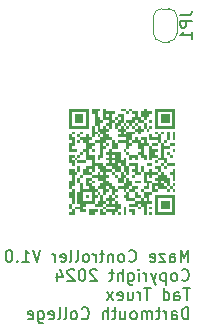
<source format=gbr>
%TF.GenerationSoftware,KiCad,Pcbnew,7.0.2-0*%
%TF.CreationDate,2024-01-05T15:54:07-05:00*%
%TF.ProjectId,ControllerShield,436f6e74-726f-46c6-9c65-72536869656c,rev?*%
%TF.SameCoordinates,Original*%
%TF.FileFunction,Legend,Bot*%
%TF.FilePolarity,Positive*%
%FSLAX46Y46*%
G04 Gerber Fmt 4.6, Leading zero omitted, Abs format (unit mm)*
G04 Created by KiCad (PCBNEW 7.0.2-0) date 2024-01-05 15:54:07*
%MOMM*%
%LPD*%
G01*
G04 APERTURE LIST*
%ADD10C,0.150000*%
%ADD11C,0.120000*%
G04 APERTURE END LIST*
D10*
X145361904Y-123967619D02*
X145361904Y-122967619D01*
X145361904Y-122967619D02*
X145028571Y-123681904D01*
X145028571Y-123681904D02*
X144695238Y-122967619D01*
X144695238Y-122967619D02*
X144695238Y-123967619D01*
X143790476Y-123967619D02*
X143790476Y-123443809D01*
X143790476Y-123443809D02*
X143838095Y-123348571D01*
X143838095Y-123348571D02*
X143933333Y-123300952D01*
X143933333Y-123300952D02*
X144123809Y-123300952D01*
X144123809Y-123300952D02*
X144219047Y-123348571D01*
X143790476Y-123920000D02*
X143885714Y-123967619D01*
X143885714Y-123967619D02*
X144123809Y-123967619D01*
X144123809Y-123967619D02*
X144219047Y-123920000D01*
X144219047Y-123920000D02*
X144266666Y-123824761D01*
X144266666Y-123824761D02*
X144266666Y-123729523D01*
X144266666Y-123729523D02*
X144219047Y-123634285D01*
X144219047Y-123634285D02*
X144123809Y-123586666D01*
X144123809Y-123586666D02*
X143885714Y-123586666D01*
X143885714Y-123586666D02*
X143790476Y-123539047D01*
X143409523Y-123300952D02*
X142885714Y-123300952D01*
X142885714Y-123300952D02*
X143409523Y-123967619D01*
X143409523Y-123967619D02*
X142885714Y-123967619D01*
X142123809Y-123920000D02*
X142219047Y-123967619D01*
X142219047Y-123967619D02*
X142409523Y-123967619D01*
X142409523Y-123967619D02*
X142504761Y-123920000D01*
X142504761Y-123920000D02*
X142552380Y-123824761D01*
X142552380Y-123824761D02*
X142552380Y-123443809D01*
X142552380Y-123443809D02*
X142504761Y-123348571D01*
X142504761Y-123348571D02*
X142409523Y-123300952D01*
X142409523Y-123300952D02*
X142219047Y-123300952D01*
X142219047Y-123300952D02*
X142123809Y-123348571D01*
X142123809Y-123348571D02*
X142076190Y-123443809D01*
X142076190Y-123443809D02*
X142076190Y-123539047D01*
X142076190Y-123539047D02*
X142552380Y-123634285D01*
X140314285Y-123872380D02*
X140361904Y-123920000D01*
X140361904Y-123920000D02*
X140504761Y-123967619D01*
X140504761Y-123967619D02*
X140599999Y-123967619D01*
X140599999Y-123967619D02*
X140742856Y-123920000D01*
X140742856Y-123920000D02*
X140838094Y-123824761D01*
X140838094Y-123824761D02*
X140885713Y-123729523D01*
X140885713Y-123729523D02*
X140933332Y-123539047D01*
X140933332Y-123539047D02*
X140933332Y-123396190D01*
X140933332Y-123396190D02*
X140885713Y-123205714D01*
X140885713Y-123205714D02*
X140838094Y-123110476D01*
X140838094Y-123110476D02*
X140742856Y-123015238D01*
X140742856Y-123015238D02*
X140599999Y-122967619D01*
X140599999Y-122967619D02*
X140504761Y-122967619D01*
X140504761Y-122967619D02*
X140361904Y-123015238D01*
X140361904Y-123015238D02*
X140314285Y-123062857D01*
X139742856Y-123967619D02*
X139838094Y-123920000D01*
X139838094Y-123920000D02*
X139885713Y-123872380D01*
X139885713Y-123872380D02*
X139933332Y-123777142D01*
X139933332Y-123777142D02*
X139933332Y-123491428D01*
X139933332Y-123491428D02*
X139885713Y-123396190D01*
X139885713Y-123396190D02*
X139838094Y-123348571D01*
X139838094Y-123348571D02*
X139742856Y-123300952D01*
X139742856Y-123300952D02*
X139599999Y-123300952D01*
X139599999Y-123300952D02*
X139504761Y-123348571D01*
X139504761Y-123348571D02*
X139457142Y-123396190D01*
X139457142Y-123396190D02*
X139409523Y-123491428D01*
X139409523Y-123491428D02*
X139409523Y-123777142D01*
X139409523Y-123777142D02*
X139457142Y-123872380D01*
X139457142Y-123872380D02*
X139504761Y-123920000D01*
X139504761Y-123920000D02*
X139599999Y-123967619D01*
X139599999Y-123967619D02*
X139742856Y-123967619D01*
X138980951Y-123300952D02*
X138980951Y-123967619D01*
X138980951Y-123396190D02*
X138933332Y-123348571D01*
X138933332Y-123348571D02*
X138838094Y-123300952D01*
X138838094Y-123300952D02*
X138695237Y-123300952D01*
X138695237Y-123300952D02*
X138599999Y-123348571D01*
X138599999Y-123348571D02*
X138552380Y-123443809D01*
X138552380Y-123443809D02*
X138552380Y-123967619D01*
X138219046Y-123300952D02*
X137838094Y-123300952D01*
X138076189Y-122967619D02*
X138076189Y-123824761D01*
X138076189Y-123824761D02*
X138028570Y-123920000D01*
X138028570Y-123920000D02*
X137933332Y-123967619D01*
X137933332Y-123967619D02*
X137838094Y-123967619D01*
X137504760Y-123967619D02*
X137504760Y-123300952D01*
X137504760Y-123491428D02*
X137457141Y-123396190D01*
X137457141Y-123396190D02*
X137409522Y-123348571D01*
X137409522Y-123348571D02*
X137314284Y-123300952D01*
X137314284Y-123300952D02*
X137219046Y-123300952D01*
X136742855Y-123967619D02*
X136838093Y-123920000D01*
X136838093Y-123920000D02*
X136885712Y-123872380D01*
X136885712Y-123872380D02*
X136933331Y-123777142D01*
X136933331Y-123777142D02*
X136933331Y-123491428D01*
X136933331Y-123491428D02*
X136885712Y-123396190D01*
X136885712Y-123396190D02*
X136838093Y-123348571D01*
X136838093Y-123348571D02*
X136742855Y-123300952D01*
X136742855Y-123300952D02*
X136599998Y-123300952D01*
X136599998Y-123300952D02*
X136504760Y-123348571D01*
X136504760Y-123348571D02*
X136457141Y-123396190D01*
X136457141Y-123396190D02*
X136409522Y-123491428D01*
X136409522Y-123491428D02*
X136409522Y-123777142D01*
X136409522Y-123777142D02*
X136457141Y-123872380D01*
X136457141Y-123872380D02*
X136504760Y-123920000D01*
X136504760Y-123920000D02*
X136599998Y-123967619D01*
X136599998Y-123967619D02*
X136742855Y-123967619D01*
X135838093Y-123967619D02*
X135933331Y-123920000D01*
X135933331Y-123920000D02*
X135980950Y-123824761D01*
X135980950Y-123824761D02*
X135980950Y-122967619D01*
X135314283Y-123967619D02*
X135409521Y-123920000D01*
X135409521Y-123920000D02*
X135457140Y-123824761D01*
X135457140Y-123824761D02*
X135457140Y-122967619D01*
X134552378Y-123920000D02*
X134647616Y-123967619D01*
X134647616Y-123967619D02*
X134838092Y-123967619D01*
X134838092Y-123967619D02*
X134933330Y-123920000D01*
X134933330Y-123920000D02*
X134980949Y-123824761D01*
X134980949Y-123824761D02*
X134980949Y-123443809D01*
X134980949Y-123443809D02*
X134933330Y-123348571D01*
X134933330Y-123348571D02*
X134838092Y-123300952D01*
X134838092Y-123300952D02*
X134647616Y-123300952D01*
X134647616Y-123300952D02*
X134552378Y-123348571D01*
X134552378Y-123348571D02*
X134504759Y-123443809D01*
X134504759Y-123443809D02*
X134504759Y-123539047D01*
X134504759Y-123539047D02*
X134980949Y-123634285D01*
X134076187Y-123967619D02*
X134076187Y-123300952D01*
X134076187Y-123491428D02*
X134028568Y-123396190D01*
X134028568Y-123396190D02*
X133980949Y-123348571D01*
X133980949Y-123348571D02*
X133885711Y-123300952D01*
X133885711Y-123300952D02*
X133790473Y-123300952D01*
X132838091Y-122967619D02*
X132504758Y-123967619D01*
X132504758Y-123967619D02*
X132171425Y-122967619D01*
X131314282Y-123967619D02*
X131885710Y-123967619D01*
X131599996Y-123967619D02*
X131599996Y-122967619D01*
X131599996Y-122967619D02*
X131695234Y-123110476D01*
X131695234Y-123110476D02*
X131790472Y-123205714D01*
X131790472Y-123205714D02*
X131885710Y-123253333D01*
X130885710Y-123872380D02*
X130838091Y-123920000D01*
X130838091Y-123920000D02*
X130885710Y-123967619D01*
X130885710Y-123967619D02*
X130933329Y-123920000D01*
X130933329Y-123920000D02*
X130885710Y-123872380D01*
X130885710Y-123872380D02*
X130885710Y-123967619D01*
X130219044Y-122967619D02*
X130123806Y-122967619D01*
X130123806Y-122967619D02*
X130028568Y-123015238D01*
X130028568Y-123015238D02*
X129980949Y-123062857D01*
X129980949Y-123062857D02*
X129933330Y-123158095D01*
X129933330Y-123158095D02*
X129885711Y-123348571D01*
X129885711Y-123348571D02*
X129885711Y-123586666D01*
X129885711Y-123586666D02*
X129933330Y-123777142D01*
X129933330Y-123777142D02*
X129980949Y-123872380D01*
X129980949Y-123872380D02*
X130028568Y-123920000D01*
X130028568Y-123920000D02*
X130123806Y-123967619D01*
X130123806Y-123967619D02*
X130219044Y-123967619D01*
X130219044Y-123967619D02*
X130314282Y-123920000D01*
X130314282Y-123920000D02*
X130361901Y-123872380D01*
X130361901Y-123872380D02*
X130409520Y-123777142D01*
X130409520Y-123777142D02*
X130457139Y-123586666D01*
X130457139Y-123586666D02*
X130457139Y-123348571D01*
X130457139Y-123348571D02*
X130409520Y-123158095D01*
X130409520Y-123158095D02*
X130361901Y-123062857D01*
X130361901Y-123062857D02*
X130314282Y-123015238D01*
X130314282Y-123015238D02*
X130219044Y-122967619D01*
X144790476Y-125492380D02*
X144838095Y-125540000D01*
X144838095Y-125540000D02*
X144980952Y-125587619D01*
X144980952Y-125587619D02*
X145076190Y-125587619D01*
X145076190Y-125587619D02*
X145219047Y-125540000D01*
X145219047Y-125540000D02*
X145314285Y-125444761D01*
X145314285Y-125444761D02*
X145361904Y-125349523D01*
X145361904Y-125349523D02*
X145409523Y-125159047D01*
X145409523Y-125159047D02*
X145409523Y-125016190D01*
X145409523Y-125016190D02*
X145361904Y-124825714D01*
X145361904Y-124825714D02*
X145314285Y-124730476D01*
X145314285Y-124730476D02*
X145219047Y-124635238D01*
X145219047Y-124635238D02*
X145076190Y-124587619D01*
X145076190Y-124587619D02*
X144980952Y-124587619D01*
X144980952Y-124587619D02*
X144838095Y-124635238D01*
X144838095Y-124635238D02*
X144790476Y-124682857D01*
X144219047Y-125587619D02*
X144314285Y-125540000D01*
X144314285Y-125540000D02*
X144361904Y-125492380D01*
X144361904Y-125492380D02*
X144409523Y-125397142D01*
X144409523Y-125397142D02*
X144409523Y-125111428D01*
X144409523Y-125111428D02*
X144361904Y-125016190D01*
X144361904Y-125016190D02*
X144314285Y-124968571D01*
X144314285Y-124968571D02*
X144219047Y-124920952D01*
X144219047Y-124920952D02*
X144076190Y-124920952D01*
X144076190Y-124920952D02*
X143980952Y-124968571D01*
X143980952Y-124968571D02*
X143933333Y-125016190D01*
X143933333Y-125016190D02*
X143885714Y-125111428D01*
X143885714Y-125111428D02*
X143885714Y-125397142D01*
X143885714Y-125397142D02*
X143933333Y-125492380D01*
X143933333Y-125492380D02*
X143980952Y-125540000D01*
X143980952Y-125540000D02*
X144076190Y-125587619D01*
X144076190Y-125587619D02*
X144219047Y-125587619D01*
X143457142Y-124920952D02*
X143457142Y-125920952D01*
X143457142Y-124968571D02*
X143361904Y-124920952D01*
X143361904Y-124920952D02*
X143171428Y-124920952D01*
X143171428Y-124920952D02*
X143076190Y-124968571D01*
X143076190Y-124968571D02*
X143028571Y-125016190D01*
X143028571Y-125016190D02*
X142980952Y-125111428D01*
X142980952Y-125111428D02*
X142980952Y-125397142D01*
X142980952Y-125397142D02*
X143028571Y-125492380D01*
X143028571Y-125492380D02*
X143076190Y-125540000D01*
X143076190Y-125540000D02*
X143171428Y-125587619D01*
X143171428Y-125587619D02*
X143361904Y-125587619D01*
X143361904Y-125587619D02*
X143457142Y-125540000D01*
X142647618Y-124920952D02*
X142409523Y-125587619D01*
X142171428Y-124920952D02*
X142409523Y-125587619D01*
X142409523Y-125587619D02*
X142504761Y-125825714D01*
X142504761Y-125825714D02*
X142552380Y-125873333D01*
X142552380Y-125873333D02*
X142647618Y-125920952D01*
X141790475Y-125587619D02*
X141790475Y-124920952D01*
X141790475Y-125111428D02*
X141742856Y-125016190D01*
X141742856Y-125016190D02*
X141695237Y-124968571D01*
X141695237Y-124968571D02*
X141599999Y-124920952D01*
X141599999Y-124920952D02*
X141504761Y-124920952D01*
X141171427Y-125587619D02*
X141171427Y-124920952D01*
X141171427Y-124587619D02*
X141219046Y-124635238D01*
X141219046Y-124635238D02*
X141171427Y-124682857D01*
X141171427Y-124682857D02*
X141123808Y-124635238D01*
X141123808Y-124635238D02*
X141171427Y-124587619D01*
X141171427Y-124587619D02*
X141171427Y-124682857D01*
X140266666Y-124920952D02*
X140266666Y-125730476D01*
X140266666Y-125730476D02*
X140314285Y-125825714D01*
X140314285Y-125825714D02*
X140361904Y-125873333D01*
X140361904Y-125873333D02*
X140457142Y-125920952D01*
X140457142Y-125920952D02*
X140599999Y-125920952D01*
X140599999Y-125920952D02*
X140695237Y-125873333D01*
X140266666Y-125540000D02*
X140361904Y-125587619D01*
X140361904Y-125587619D02*
X140552380Y-125587619D01*
X140552380Y-125587619D02*
X140647618Y-125540000D01*
X140647618Y-125540000D02*
X140695237Y-125492380D01*
X140695237Y-125492380D02*
X140742856Y-125397142D01*
X140742856Y-125397142D02*
X140742856Y-125111428D01*
X140742856Y-125111428D02*
X140695237Y-125016190D01*
X140695237Y-125016190D02*
X140647618Y-124968571D01*
X140647618Y-124968571D02*
X140552380Y-124920952D01*
X140552380Y-124920952D02*
X140361904Y-124920952D01*
X140361904Y-124920952D02*
X140266666Y-124968571D01*
X139790475Y-125587619D02*
X139790475Y-124587619D01*
X139361904Y-125587619D02*
X139361904Y-125063809D01*
X139361904Y-125063809D02*
X139409523Y-124968571D01*
X139409523Y-124968571D02*
X139504761Y-124920952D01*
X139504761Y-124920952D02*
X139647618Y-124920952D01*
X139647618Y-124920952D02*
X139742856Y-124968571D01*
X139742856Y-124968571D02*
X139790475Y-125016190D01*
X139028570Y-124920952D02*
X138647618Y-124920952D01*
X138885713Y-124587619D02*
X138885713Y-125444761D01*
X138885713Y-125444761D02*
X138838094Y-125540000D01*
X138838094Y-125540000D02*
X138742856Y-125587619D01*
X138742856Y-125587619D02*
X138647618Y-125587619D01*
X137599998Y-124682857D02*
X137552379Y-124635238D01*
X137552379Y-124635238D02*
X137457141Y-124587619D01*
X137457141Y-124587619D02*
X137219046Y-124587619D01*
X137219046Y-124587619D02*
X137123808Y-124635238D01*
X137123808Y-124635238D02*
X137076189Y-124682857D01*
X137076189Y-124682857D02*
X137028570Y-124778095D01*
X137028570Y-124778095D02*
X137028570Y-124873333D01*
X137028570Y-124873333D02*
X137076189Y-125016190D01*
X137076189Y-125016190D02*
X137647617Y-125587619D01*
X137647617Y-125587619D02*
X137028570Y-125587619D01*
X136409522Y-124587619D02*
X136314284Y-124587619D01*
X136314284Y-124587619D02*
X136219046Y-124635238D01*
X136219046Y-124635238D02*
X136171427Y-124682857D01*
X136171427Y-124682857D02*
X136123808Y-124778095D01*
X136123808Y-124778095D02*
X136076189Y-124968571D01*
X136076189Y-124968571D02*
X136076189Y-125206666D01*
X136076189Y-125206666D02*
X136123808Y-125397142D01*
X136123808Y-125397142D02*
X136171427Y-125492380D01*
X136171427Y-125492380D02*
X136219046Y-125540000D01*
X136219046Y-125540000D02*
X136314284Y-125587619D01*
X136314284Y-125587619D02*
X136409522Y-125587619D01*
X136409522Y-125587619D02*
X136504760Y-125540000D01*
X136504760Y-125540000D02*
X136552379Y-125492380D01*
X136552379Y-125492380D02*
X136599998Y-125397142D01*
X136599998Y-125397142D02*
X136647617Y-125206666D01*
X136647617Y-125206666D02*
X136647617Y-124968571D01*
X136647617Y-124968571D02*
X136599998Y-124778095D01*
X136599998Y-124778095D02*
X136552379Y-124682857D01*
X136552379Y-124682857D02*
X136504760Y-124635238D01*
X136504760Y-124635238D02*
X136409522Y-124587619D01*
X135695236Y-124682857D02*
X135647617Y-124635238D01*
X135647617Y-124635238D02*
X135552379Y-124587619D01*
X135552379Y-124587619D02*
X135314284Y-124587619D01*
X135314284Y-124587619D02*
X135219046Y-124635238D01*
X135219046Y-124635238D02*
X135171427Y-124682857D01*
X135171427Y-124682857D02*
X135123808Y-124778095D01*
X135123808Y-124778095D02*
X135123808Y-124873333D01*
X135123808Y-124873333D02*
X135171427Y-125016190D01*
X135171427Y-125016190D02*
X135742855Y-125587619D01*
X135742855Y-125587619D02*
X135123808Y-125587619D01*
X134266665Y-124920952D02*
X134266665Y-125587619D01*
X134504760Y-124540000D02*
X134742855Y-125254285D01*
X134742855Y-125254285D02*
X134123808Y-125254285D01*
X145504761Y-126207619D02*
X144933333Y-126207619D01*
X145219047Y-127207619D02*
X145219047Y-126207619D01*
X144171428Y-127207619D02*
X144171428Y-126683809D01*
X144171428Y-126683809D02*
X144219047Y-126588571D01*
X144219047Y-126588571D02*
X144314285Y-126540952D01*
X144314285Y-126540952D02*
X144504761Y-126540952D01*
X144504761Y-126540952D02*
X144599999Y-126588571D01*
X144171428Y-127160000D02*
X144266666Y-127207619D01*
X144266666Y-127207619D02*
X144504761Y-127207619D01*
X144504761Y-127207619D02*
X144599999Y-127160000D01*
X144599999Y-127160000D02*
X144647618Y-127064761D01*
X144647618Y-127064761D02*
X144647618Y-126969523D01*
X144647618Y-126969523D02*
X144599999Y-126874285D01*
X144599999Y-126874285D02*
X144504761Y-126826666D01*
X144504761Y-126826666D02*
X144266666Y-126826666D01*
X144266666Y-126826666D02*
X144171428Y-126779047D01*
X143266666Y-127207619D02*
X143266666Y-126207619D01*
X143266666Y-127160000D02*
X143361904Y-127207619D01*
X143361904Y-127207619D02*
X143552380Y-127207619D01*
X143552380Y-127207619D02*
X143647618Y-127160000D01*
X143647618Y-127160000D02*
X143695237Y-127112380D01*
X143695237Y-127112380D02*
X143742856Y-127017142D01*
X143742856Y-127017142D02*
X143742856Y-126731428D01*
X143742856Y-126731428D02*
X143695237Y-126636190D01*
X143695237Y-126636190D02*
X143647618Y-126588571D01*
X143647618Y-126588571D02*
X143552380Y-126540952D01*
X143552380Y-126540952D02*
X143361904Y-126540952D01*
X143361904Y-126540952D02*
X143266666Y-126588571D01*
X142171427Y-126207619D02*
X141599999Y-126207619D01*
X141885713Y-127207619D02*
X141885713Y-126207619D01*
X141266665Y-127207619D02*
X141266665Y-126540952D01*
X141266665Y-126731428D02*
X141219046Y-126636190D01*
X141219046Y-126636190D02*
X141171427Y-126588571D01*
X141171427Y-126588571D02*
X141076189Y-126540952D01*
X141076189Y-126540952D02*
X140980951Y-126540952D01*
X140219046Y-126540952D02*
X140219046Y-127207619D01*
X140647617Y-126540952D02*
X140647617Y-127064761D01*
X140647617Y-127064761D02*
X140599998Y-127160000D01*
X140599998Y-127160000D02*
X140504760Y-127207619D01*
X140504760Y-127207619D02*
X140361903Y-127207619D01*
X140361903Y-127207619D02*
X140266665Y-127160000D01*
X140266665Y-127160000D02*
X140219046Y-127112380D01*
X139361903Y-127160000D02*
X139457141Y-127207619D01*
X139457141Y-127207619D02*
X139647617Y-127207619D01*
X139647617Y-127207619D02*
X139742855Y-127160000D01*
X139742855Y-127160000D02*
X139790474Y-127064761D01*
X139790474Y-127064761D02*
X139790474Y-126683809D01*
X139790474Y-126683809D02*
X139742855Y-126588571D01*
X139742855Y-126588571D02*
X139647617Y-126540952D01*
X139647617Y-126540952D02*
X139457141Y-126540952D01*
X139457141Y-126540952D02*
X139361903Y-126588571D01*
X139361903Y-126588571D02*
X139314284Y-126683809D01*
X139314284Y-126683809D02*
X139314284Y-126779047D01*
X139314284Y-126779047D02*
X139790474Y-126874285D01*
X138980950Y-127207619D02*
X138457141Y-126540952D01*
X138980950Y-126540952D02*
X138457141Y-127207619D01*
X145361904Y-128827619D02*
X145361904Y-127827619D01*
X145361904Y-127827619D02*
X145123809Y-127827619D01*
X145123809Y-127827619D02*
X144980952Y-127875238D01*
X144980952Y-127875238D02*
X144885714Y-127970476D01*
X144885714Y-127970476D02*
X144838095Y-128065714D01*
X144838095Y-128065714D02*
X144790476Y-128256190D01*
X144790476Y-128256190D02*
X144790476Y-128399047D01*
X144790476Y-128399047D02*
X144838095Y-128589523D01*
X144838095Y-128589523D02*
X144885714Y-128684761D01*
X144885714Y-128684761D02*
X144980952Y-128780000D01*
X144980952Y-128780000D02*
X145123809Y-128827619D01*
X145123809Y-128827619D02*
X145361904Y-128827619D01*
X143933333Y-128827619D02*
X143933333Y-128303809D01*
X143933333Y-128303809D02*
X143980952Y-128208571D01*
X143980952Y-128208571D02*
X144076190Y-128160952D01*
X144076190Y-128160952D02*
X144266666Y-128160952D01*
X144266666Y-128160952D02*
X144361904Y-128208571D01*
X143933333Y-128780000D02*
X144028571Y-128827619D01*
X144028571Y-128827619D02*
X144266666Y-128827619D01*
X144266666Y-128827619D02*
X144361904Y-128780000D01*
X144361904Y-128780000D02*
X144409523Y-128684761D01*
X144409523Y-128684761D02*
X144409523Y-128589523D01*
X144409523Y-128589523D02*
X144361904Y-128494285D01*
X144361904Y-128494285D02*
X144266666Y-128446666D01*
X144266666Y-128446666D02*
X144028571Y-128446666D01*
X144028571Y-128446666D02*
X143933333Y-128399047D01*
X143457142Y-128827619D02*
X143457142Y-128160952D01*
X143457142Y-128351428D02*
X143409523Y-128256190D01*
X143409523Y-128256190D02*
X143361904Y-128208571D01*
X143361904Y-128208571D02*
X143266666Y-128160952D01*
X143266666Y-128160952D02*
X143171428Y-128160952D01*
X142980951Y-128160952D02*
X142599999Y-128160952D01*
X142838094Y-127827619D02*
X142838094Y-128684761D01*
X142838094Y-128684761D02*
X142790475Y-128780000D01*
X142790475Y-128780000D02*
X142695237Y-128827619D01*
X142695237Y-128827619D02*
X142599999Y-128827619D01*
X142266665Y-128827619D02*
X142266665Y-128160952D01*
X142266665Y-128256190D02*
X142219046Y-128208571D01*
X142219046Y-128208571D02*
X142123808Y-128160952D01*
X142123808Y-128160952D02*
X141980951Y-128160952D01*
X141980951Y-128160952D02*
X141885713Y-128208571D01*
X141885713Y-128208571D02*
X141838094Y-128303809D01*
X141838094Y-128303809D02*
X141838094Y-128827619D01*
X141838094Y-128303809D02*
X141790475Y-128208571D01*
X141790475Y-128208571D02*
X141695237Y-128160952D01*
X141695237Y-128160952D02*
X141552380Y-128160952D01*
X141552380Y-128160952D02*
X141457141Y-128208571D01*
X141457141Y-128208571D02*
X141409522Y-128303809D01*
X141409522Y-128303809D02*
X141409522Y-128827619D01*
X140790475Y-128827619D02*
X140885713Y-128780000D01*
X140885713Y-128780000D02*
X140933332Y-128732380D01*
X140933332Y-128732380D02*
X140980951Y-128637142D01*
X140980951Y-128637142D02*
X140980951Y-128351428D01*
X140980951Y-128351428D02*
X140933332Y-128256190D01*
X140933332Y-128256190D02*
X140885713Y-128208571D01*
X140885713Y-128208571D02*
X140790475Y-128160952D01*
X140790475Y-128160952D02*
X140647618Y-128160952D01*
X140647618Y-128160952D02*
X140552380Y-128208571D01*
X140552380Y-128208571D02*
X140504761Y-128256190D01*
X140504761Y-128256190D02*
X140457142Y-128351428D01*
X140457142Y-128351428D02*
X140457142Y-128637142D01*
X140457142Y-128637142D02*
X140504761Y-128732380D01*
X140504761Y-128732380D02*
X140552380Y-128780000D01*
X140552380Y-128780000D02*
X140647618Y-128827619D01*
X140647618Y-128827619D02*
X140790475Y-128827619D01*
X139599999Y-128160952D02*
X139599999Y-128827619D01*
X140028570Y-128160952D02*
X140028570Y-128684761D01*
X140028570Y-128684761D02*
X139980951Y-128780000D01*
X139980951Y-128780000D02*
X139885713Y-128827619D01*
X139885713Y-128827619D02*
X139742856Y-128827619D01*
X139742856Y-128827619D02*
X139647618Y-128780000D01*
X139647618Y-128780000D02*
X139599999Y-128732380D01*
X139266665Y-128160952D02*
X138885713Y-128160952D01*
X139123808Y-127827619D02*
X139123808Y-128684761D01*
X139123808Y-128684761D02*
X139076189Y-128780000D01*
X139076189Y-128780000D02*
X138980951Y-128827619D01*
X138980951Y-128827619D02*
X138885713Y-128827619D01*
X138552379Y-128827619D02*
X138552379Y-127827619D01*
X138123808Y-128827619D02*
X138123808Y-128303809D01*
X138123808Y-128303809D02*
X138171427Y-128208571D01*
X138171427Y-128208571D02*
X138266665Y-128160952D01*
X138266665Y-128160952D02*
X138409522Y-128160952D01*
X138409522Y-128160952D02*
X138504760Y-128208571D01*
X138504760Y-128208571D02*
X138552379Y-128256190D01*
X136314284Y-128732380D02*
X136361903Y-128780000D01*
X136361903Y-128780000D02*
X136504760Y-128827619D01*
X136504760Y-128827619D02*
X136599998Y-128827619D01*
X136599998Y-128827619D02*
X136742855Y-128780000D01*
X136742855Y-128780000D02*
X136838093Y-128684761D01*
X136838093Y-128684761D02*
X136885712Y-128589523D01*
X136885712Y-128589523D02*
X136933331Y-128399047D01*
X136933331Y-128399047D02*
X136933331Y-128256190D01*
X136933331Y-128256190D02*
X136885712Y-128065714D01*
X136885712Y-128065714D02*
X136838093Y-127970476D01*
X136838093Y-127970476D02*
X136742855Y-127875238D01*
X136742855Y-127875238D02*
X136599998Y-127827619D01*
X136599998Y-127827619D02*
X136504760Y-127827619D01*
X136504760Y-127827619D02*
X136361903Y-127875238D01*
X136361903Y-127875238D02*
X136314284Y-127922857D01*
X135742855Y-128827619D02*
X135838093Y-128780000D01*
X135838093Y-128780000D02*
X135885712Y-128732380D01*
X135885712Y-128732380D02*
X135933331Y-128637142D01*
X135933331Y-128637142D02*
X135933331Y-128351428D01*
X135933331Y-128351428D02*
X135885712Y-128256190D01*
X135885712Y-128256190D02*
X135838093Y-128208571D01*
X135838093Y-128208571D02*
X135742855Y-128160952D01*
X135742855Y-128160952D02*
X135599998Y-128160952D01*
X135599998Y-128160952D02*
X135504760Y-128208571D01*
X135504760Y-128208571D02*
X135457141Y-128256190D01*
X135457141Y-128256190D02*
X135409522Y-128351428D01*
X135409522Y-128351428D02*
X135409522Y-128637142D01*
X135409522Y-128637142D02*
X135457141Y-128732380D01*
X135457141Y-128732380D02*
X135504760Y-128780000D01*
X135504760Y-128780000D02*
X135599998Y-128827619D01*
X135599998Y-128827619D02*
X135742855Y-128827619D01*
X134838093Y-128827619D02*
X134933331Y-128780000D01*
X134933331Y-128780000D02*
X134980950Y-128684761D01*
X134980950Y-128684761D02*
X134980950Y-127827619D01*
X134314283Y-128827619D02*
X134409521Y-128780000D01*
X134409521Y-128780000D02*
X134457140Y-128684761D01*
X134457140Y-128684761D02*
X134457140Y-127827619D01*
X133552378Y-128780000D02*
X133647616Y-128827619D01*
X133647616Y-128827619D02*
X133838092Y-128827619D01*
X133838092Y-128827619D02*
X133933330Y-128780000D01*
X133933330Y-128780000D02*
X133980949Y-128684761D01*
X133980949Y-128684761D02*
X133980949Y-128303809D01*
X133980949Y-128303809D02*
X133933330Y-128208571D01*
X133933330Y-128208571D02*
X133838092Y-128160952D01*
X133838092Y-128160952D02*
X133647616Y-128160952D01*
X133647616Y-128160952D02*
X133552378Y-128208571D01*
X133552378Y-128208571D02*
X133504759Y-128303809D01*
X133504759Y-128303809D02*
X133504759Y-128399047D01*
X133504759Y-128399047D02*
X133980949Y-128494285D01*
X132647616Y-128160952D02*
X132647616Y-128970476D01*
X132647616Y-128970476D02*
X132695235Y-129065714D01*
X132695235Y-129065714D02*
X132742854Y-129113333D01*
X132742854Y-129113333D02*
X132838092Y-129160952D01*
X132838092Y-129160952D02*
X132980949Y-129160952D01*
X132980949Y-129160952D02*
X133076187Y-129113333D01*
X132647616Y-128780000D02*
X132742854Y-128827619D01*
X132742854Y-128827619D02*
X132933330Y-128827619D01*
X132933330Y-128827619D02*
X133028568Y-128780000D01*
X133028568Y-128780000D02*
X133076187Y-128732380D01*
X133076187Y-128732380D02*
X133123806Y-128637142D01*
X133123806Y-128637142D02*
X133123806Y-128351428D01*
X133123806Y-128351428D02*
X133076187Y-128256190D01*
X133076187Y-128256190D02*
X133028568Y-128208571D01*
X133028568Y-128208571D02*
X132933330Y-128160952D01*
X132933330Y-128160952D02*
X132742854Y-128160952D01*
X132742854Y-128160952D02*
X132647616Y-128208571D01*
X131790473Y-128780000D02*
X131885711Y-128827619D01*
X131885711Y-128827619D02*
X132076187Y-128827619D01*
X132076187Y-128827619D02*
X132171425Y-128780000D01*
X132171425Y-128780000D02*
X132219044Y-128684761D01*
X132219044Y-128684761D02*
X132219044Y-128303809D01*
X132219044Y-128303809D02*
X132171425Y-128208571D01*
X132171425Y-128208571D02*
X132076187Y-128160952D01*
X132076187Y-128160952D02*
X131885711Y-128160952D01*
X131885711Y-128160952D02*
X131790473Y-128208571D01*
X131790473Y-128208571D02*
X131742854Y-128303809D01*
X131742854Y-128303809D02*
X131742854Y-128399047D01*
X131742854Y-128399047D02*
X132219044Y-128494285D01*
%TO.C,JP1*%
X144662619Y-103086666D02*
X145376904Y-103086666D01*
X145376904Y-103086666D02*
X145519761Y-103039047D01*
X145519761Y-103039047D02*
X145615000Y-102943809D01*
X145615000Y-102943809D02*
X145662619Y-102800952D01*
X145662619Y-102800952D02*
X145662619Y-102705714D01*
X145662619Y-103562857D02*
X144662619Y-103562857D01*
X144662619Y-103562857D02*
X144662619Y-103943809D01*
X144662619Y-103943809D02*
X144710238Y-104039047D01*
X144710238Y-104039047D02*
X144757857Y-104086666D01*
X144757857Y-104086666D02*
X144853095Y-104134285D01*
X144853095Y-104134285D02*
X144995952Y-104134285D01*
X144995952Y-104134285D02*
X145091190Y-104086666D01*
X145091190Y-104086666D02*
X145138809Y-104039047D01*
X145138809Y-104039047D02*
X145186428Y-103943809D01*
X145186428Y-103943809D02*
X145186428Y-103562857D01*
X145662619Y-105086666D02*
X145662619Y-104515238D01*
X145662619Y-104800952D02*
X144662619Y-104800952D01*
X144662619Y-104800952D02*
X144805476Y-104705714D01*
X144805476Y-104705714D02*
X144900714Y-104610476D01*
X144900714Y-104610476D02*
X144948333Y-104515238D01*
%TO.C,G\u002A\u002A\u002A*%
G36*
X144263620Y-114524082D02*
G01*
X144263620Y-114646072D01*
X144141630Y-114646072D01*
X144019640Y-114646072D01*
X144019640Y-114524082D01*
X144019640Y-114402092D01*
X144141630Y-114402092D01*
X144263620Y-114402092D01*
X144263620Y-114524082D01*
G37*
G36*
X144263620Y-113304185D02*
G01*
X144263620Y-113670154D01*
X144141630Y-113670154D01*
X144019640Y-113670154D01*
X144019640Y-113304185D01*
X144019640Y-112938216D01*
X144141630Y-112938216D01*
X144263620Y-112938216D01*
X144263620Y-113304185D01*
G37*
G36*
X143775661Y-113304185D02*
G01*
X143775661Y-113670154D01*
X143653671Y-113670154D01*
X143531681Y-113670154D01*
X143531681Y-113304185D01*
X143531681Y-112938216D01*
X143653671Y-112938216D01*
X143775661Y-112938216D01*
X143775661Y-113304185D01*
G37*
G36*
X143775661Y-119159691D02*
G01*
X143775661Y-119525660D01*
X143409692Y-119525660D01*
X143043723Y-119525660D01*
X143043723Y-119159691D01*
X143043723Y-118793722D01*
X143409692Y-118793722D01*
X143775661Y-118793722D01*
X143775661Y-119159691D01*
G37*
G36*
X143775661Y-111840308D02*
G01*
X143775661Y-112206277D01*
X143409692Y-112206277D01*
X143043723Y-112206277D01*
X143043723Y-111840308D01*
X143043723Y-111474339D01*
X143409692Y-111474339D01*
X143775661Y-111474339D01*
X143775661Y-111840308D01*
G37*
G36*
X142799743Y-115500000D02*
G01*
X142799743Y-115621989D01*
X142677753Y-115621989D01*
X142555764Y-115621989D01*
X142555764Y-115500000D01*
X142555764Y-115378010D01*
X142677753Y-115378010D01*
X142799743Y-115378010D01*
X142799743Y-115500000D01*
G37*
G36*
X142311784Y-119891629D02*
G01*
X142311784Y-120013619D01*
X142189795Y-120013619D01*
X142067805Y-120013619D01*
X142067805Y-119891629D01*
X142067805Y-119769639D01*
X142189795Y-119769639D01*
X142311784Y-119769639D01*
X142311784Y-119891629D01*
G37*
G36*
X142311784Y-119403670D02*
G01*
X142311784Y-119525660D01*
X142189795Y-119525660D01*
X142067805Y-119525660D01*
X142067805Y-119403670D01*
X142067805Y-119281681D01*
X142189795Y-119281681D01*
X142311784Y-119281681D01*
X142311784Y-119403670D01*
G37*
G36*
X142311784Y-112084288D02*
G01*
X142311784Y-112206277D01*
X142189795Y-112206277D01*
X142067805Y-112206277D01*
X142067805Y-112084288D01*
X142067805Y-111962298D01*
X142189795Y-111962298D01*
X142311784Y-111962298D01*
X142311784Y-112084288D01*
G37*
G36*
X142311784Y-115743979D02*
G01*
X142311784Y-115865969D01*
X142067805Y-115865969D01*
X141823825Y-115865969D01*
X141823825Y-115743979D01*
X141823825Y-115621989D01*
X142067805Y-115621989D01*
X142311784Y-115621989D01*
X142311784Y-115743979D01*
G37*
G36*
X141579846Y-117939794D02*
G01*
X141579846Y-118061783D01*
X141457856Y-118061783D01*
X141335867Y-118061783D01*
X141335867Y-117939794D01*
X141335867Y-117817804D01*
X141457856Y-117817804D01*
X141579846Y-117817804D01*
X141579846Y-117939794D01*
G37*
G36*
X141335867Y-117207855D02*
G01*
X141335867Y-117329845D01*
X141091887Y-117329845D01*
X140847908Y-117329845D01*
X140847908Y-117207855D01*
X140847908Y-117085866D01*
X141091887Y-117085866D01*
X141335867Y-117085866D01*
X141335867Y-117207855D01*
G37*
G36*
X141091887Y-112328267D02*
G01*
X141091887Y-112450257D01*
X140969898Y-112450257D01*
X140847908Y-112450257D01*
X140847908Y-112328267D01*
X140847908Y-112206277D01*
X140969898Y-112206277D01*
X141091887Y-112206277D01*
X141091887Y-112328267D01*
G37*
G36*
X140847908Y-116719897D02*
G01*
X140847908Y-116841886D01*
X140725918Y-116841886D01*
X140603928Y-116841886D01*
X140603928Y-116719897D01*
X140603928Y-116597907D01*
X140725918Y-116597907D01*
X140847908Y-116597907D01*
X140847908Y-116719897D01*
G37*
G36*
X140847908Y-112572247D02*
G01*
X140847908Y-112694236D01*
X140725918Y-112694236D01*
X140603928Y-112694236D01*
X140603928Y-112572247D01*
X140603928Y-112450257D01*
X140725918Y-112450257D01*
X140847908Y-112450257D01*
X140847908Y-112572247D01*
G37*
G36*
X140359949Y-112572247D02*
G01*
X140359949Y-112694236D01*
X140237959Y-112694236D01*
X140115970Y-112694236D01*
X140115970Y-112572247D01*
X140115970Y-112450257D01*
X140237959Y-112450257D01*
X140359949Y-112450257D01*
X140359949Y-112572247D01*
G37*
G36*
X140115970Y-119647650D02*
G01*
X140115970Y-120013619D01*
X139993980Y-120013619D01*
X139871990Y-120013619D01*
X139871990Y-119647650D01*
X139871990Y-119281681D01*
X139993980Y-119281681D01*
X140115970Y-119281681D01*
X140115970Y-119647650D01*
G37*
G36*
X138652093Y-114036123D02*
G01*
X138652093Y-114158113D01*
X138530103Y-114158113D01*
X138408114Y-114158113D01*
X138408114Y-114036123D01*
X138408114Y-113914133D01*
X138530103Y-113914133D01*
X138652093Y-113914133D01*
X138652093Y-114036123D01*
G37*
G36*
X137920155Y-118183773D02*
G01*
X137920155Y-118305763D01*
X137798165Y-118305763D01*
X137676175Y-118305763D01*
X137676175Y-118183773D01*
X137676175Y-118061783D01*
X137798165Y-118061783D01*
X137920155Y-118061783D01*
X137920155Y-118183773D01*
G37*
G36*
X137920155Y-113304185D02*
G01*
X137920155Y-113426175D01*
X137798165Y-113426175D01*
X137676175Y-113426175D01*
X137676175Y-113304185D01*
X137676175Y-113182195D01*
X137798165Y-113182195D01*
X137920155Y-113182195D01*
X137920155Y-113304185D01*
G37*
G36*
X137432196Y-117207855D02*
G01*
X137432196Y-117329845D01*
X137310206Y-117329845D01*
X137188217Y-117329845D01*
X137188217Y-117207855D01*
X137188217Y-117085866D01*
X137310206Y-117085866D01*
X137432196Y-117085866D01*
X137432196Y-117207855D01*
G37*
G36*
X137432196Y-114524082D02*
G01*
X137432196Y-114646072D01*
X137310206Y-114646072D01*
X137188217Y-114646072D01*
X137188217Y-114524082D01*
X137188217Y-114402092D01*
X137310206Y-114402092D01*
X137432196Y-114402092D01*
X137432196Y-114524082D01*
G37*
G36*
X136944237Y-118427753D02*
G01*
X136944237Y-118549742D01*
X136822247Y-118549742D01*
X136700258Y-118549742D01*
X136700258Y-118427753D01*
X136700258Y-118305763D01*
X136822247Y-118305763D01*
X136944237Y-118305763D01*
X136944237Y-118427753D01*
G37*
G36*
X136456278Y-116719897D02*
G01*
X136456278Y-116841886D01*
X136334289Y-116841886D01*
X136212299Y-116841886D01*
X136212299Y-116719897D01*
X136212299Y-116597907D01*
X136334289Y-116597907D01*
X136456278Y-116597907D01*
X136456278Y-116719897D01*
G37*
G36*
X136456278Y-114768061D02*
G01*
X136456278Y-114890051D01*
X136334289Y-114890051D01*
X136212299Y-114890051D01*
X136212299Y-114768061D01*
X136212299Y-114646072D01*
X136334289Y-114646072D01*
X136456278Y-114646072D01*
X136456278Y-114768061D01*
G37*
G36*
X136456278Y-113060205D02*
G01*
X136456278Y-113182195D01*
X136334289Y-113182195D01*
X136212299Y-113182195D01*
X136212299Y-113060205D01*
X136212299Y-112938216D01*
X136334289Y-112938216D01*
X136456278Y-112938216D01*
X136456278Y-113060205D01*
G37*
G36*
X136212299Y-113792144D02*
G01*
X136212299Y-113914133D01*
X136090309Y-113914133D01*
X135968319Y-113914133D01*
X135968319Y-113792144D01*
X135968319Y-113670154D01*
X136090309Y-113670154D01*
X136212299Y-113670154D01*
X136212299Y-113792144D01*
G37*
G36*
X136456278Y-111840308D02*
G01*
X136456278Y-112206277D01*
X136090309Y-112206277D01*
X135724340Y-112206277D01*
X135724340Y-111840308D01*
X135724340Y-111474339D01*
X136090309Y-111474339D01*
X136456278Y-111474339D01*
X136456278Y-111840308D01*
G37*
G36*
X135724340Y-113060205D02*
G01*
X135724340Y-113182195D01*
X135602350Y-113182195D01*
X135480361Y-113182195D01*
X135480361Y-113060205D01*
X135480361Y-112938216D01*
X135602350Y-112938216D01*
X135724340Y-112938216D01*
X135724340Y-113060205D01*
G37*
G36*
X140847908Y-119769639D02*
G01*
X140847908Y-120013619D01*
X140725918Y-120013619D01*
X140603928Y-120013619D01*
X140603928Y-119891629D01*
X140603928Y-119769639D01*
X140481939Y-119769639D01*
X140359949Y-119769639D01*
X140359949Y-119647650D01*
X140359949Y-119525660D01*
X140603928Y-119525660D01*
X140847908Y-119525660D01*
X140847908Y-119769639D01*
G37*
G36*
X139140052Y-113792144D02*
G01*
X139140052Y-113914133D01*
X139262042Y-113914133D01*
X139384031Y-113914133D01*
X139384031Y-114158113D01*
X139384031Y-114402092D01*
X139140052Y-114402092D01*
X138896072Y-114402092D01*
X138896072Y-114036123D01*
X138896072Y-113670154D01*
X139018062Y-113670154D01*
X139140052Y-113670154D01*
X139140052Y-113792144D01*
G37*
G36*
X137676175Y-119647650D02*
G01*
X137676175Y-119769639D01*
X137554186Y-119769639D01*
X137432196Y-119769639D01*
X137432196Y-119891629D01*
X137432196Y-120013619D01*
X137188217Y-120013619D01*
X136944237Y-120013619D01*
X136944237Y-119769639D01*
X136944237Y-119525660D01*
X137310206Y-119525660D01*
X137676175Y-119525660D01*
X137676175Y-119647650D01*
G37*
G36*
X144263620Y-116597907D02*
G01*
X144263620Y-117085866D01*
X144141630Y-117085866D01*
X144019640Y-117085866D01*
X144019640Y-116841886D01*
X144019640Y-116597907D01*
X143897651Y-116597907D01*
X143775661Y-116597907D01*
X143775661Y-116475917D01*
X143775661Y-116353928D01*
X143897651Y-116353928D01*
X144019640Y-116353928D01*
X144019640Y-116231938D01*
X144019640Y-116109948D01*
X144141630Y-116109948D01*
X144263620Y-116109948D01*
X144263620Y-116597907D01*
G37*
G36*
X143897651Y-114890051D02*
G01*
X144019640Y-114890051D01*
X144019640Y-115012041D01*
X144019640Y-115134030D01*
X143897651Y-115134030D01*
X143775661Y-115134030D01*
X143775661Y-115012041D01*
X143775661Y-114890051D01*
X143897651Y-114890051D01*
G37*
G36*
X143775661Y-114768061D02*
G01*
X143775661Y-114890051D01*
X143653671Y-114890051D01*
X143531681Y-114890051D01*
X143531681Y-114768061D01*
X143531681Y-114646072D01*
X143653671Y-114646072D01*
X143775661Y-114646072D01*
X143775661Y-114768061D01*
G37*
G36*
X140969898Y-118061783D02*
G01*
X141091887Y-118061783D01*
X141091887Y-118183773D01*
X141091887Y-118305763D01*
X141213877Y-118305763D01*
X141335867Y-118305763D01*
X141335867Y-118427753D01*
X141335867Y-118549742D01*
X141091887Y-118549742D01*
X140847908Y-118549742D01*
X140847908Y-118305763D01*
X140847908Y-118061783D01*
X140969898Y-118061783D01*
G37*
G36*
X141091887Y-117695814D02*
G01*
X141091887Y-117817804D01*
X140969898Y-117817804D01*
X140847908Y-117817804D01*
X140847908Y-117939794D01*
X140847908Y-118061783D01*
X140603928Y-118061783D01*
X140359949Y-118061783D01*
X140359949Y-117939794D01*
X140359949Y-117817804D01*
X140481939Y-117817804D01*
X140603928Y-117817804D01*
X140603928Y-117695814D01*
X140603928Y-117573825D01*
X140847908Y-117573825D01*
X141091887Y-117573825D01*
X141091887Y-117695814D01*
G37*
G36*
X135480361Y-113304185D02*
G01*
X135480361Y-113426175D01*
X135602350Y-113426175D01*
X135724340Y-113426175D01*
X135724340Y-113792144D01*
X135724340Y-114158113D01*
X135602350Y-114158113D01*
X135480361Y-114158113D01*
X135480361Y-114280102D01*
X135480361Y-114402092D01*
X135724340Y-114402092D01*
X135968319Y-114402092D01*
X135968319Y-114524082D01*
X135968319Y-114646072D01*
X135602350Y-114646072D01*
X135236381Y-114646072D01*
X135236381Y-114280102D01*
X135236381Y-113914133D01*
X135358371Y-113914133D01*
X135480361Y-113914133D01*
X135480361Y-113792144D01*
X135480361Y-113670154D01*
X135358371Y-113670154D01*
X135236381Y-113670154D01*
X135236381Y-113426175D01*
X135236381Y-113182195D01*
X135358371Y-113182195D01*
X135480361Y-113182195D01*
X135480361Y-113304185D01*
G37*
G36*
X140725918Y-114890051D02*
G01*
X141091887Y-114890051D01*
X141091887Y-115134030D01*
X141091887Y-115378010D01*
X140969898Y-115378010D01*
X140847908Y-115378010D01*
X140847908Y-115256020D01*
X140847908Y-115134030D01*
X140725918Y-115134030D01*
X140603928Y-115134030D01*
X140603928Y-115256020D01*
X140603928Y-115378010D01*
X140481939Y-115378010D01*
X140359949Y-115378010D01*
X140359949Y-115134030D01*
X140359949Y-114890051D01*
X140725918Y-114890051D01*
G37*
G36*
X140237959Y-114646072D02*
G01*
X140359949Y-114646072D01*
X140359949Y-114768061D01*
X140359949Y-114890051D01*
X140237959Y-114890051D01*
X140115970Y-114890051D01*
X140115970Y-114768061D01*
X140115970Y-114646072D01*
X140237959Y-114646072D01*
G37*
G36*
X140115970Y-114524082D02*
G01*
X140115970Y-114646072D01*
X139993980Y-114646072D01*
X139871990Y-114646072D01*
X139871990Y-114524082D01*
X139871990Y-114402092D01*
X139993980Y-114402092D01*
X140115970Y-114402092D01*
X140115970Y-114524082D01*
G37*
G36*
X144263620Y-120013619D02*
G01*
X143409692Y-120013619D01*
X142555764Y-120013619D01*
X142555764Y-119756569D01*
X142812813Y-119756569D01*
X143407764Y-119758808D01*
X143520492Y-119759180D01*
X143626097Y-119759394D01*
X143716277Y-119759399D01*
X143792068Y-119759179D01*
X143854509Y-119758720D01*
X143904637Y-119758006D01*
X143943490Y-119757023D01*
X143972105Y-119755756D01*
X143991519Y-119754189D01*
X144002771Y-119752306D01*
X144006898Y-119750094D01*
X144007266Y-119746718D01*
X144007891Y-119727764D01*
X144008414Y-119693604D01*
X144008830Y-119645694D01*
X144009135Y-119585489D01*
X144009324Y-119514445D01*
X144009392Y-119434016D01*
X144009335Y-119345658D01*
X144009148Y-119250827D01*
X144008826Y-119150977D01*
X144006570Y-118562813D01*
X143409692Y-118562813D01*
X142812813Y-118562813D01*
X142812813Y-119159691D01*
X142812813Y-119756569D01*
X142555764Y-119756569D01*
X142555764Y-119159691D01*
X142555764Y-118305763D01*
X143409692Y-118305763D01*
X144263620Y-118305763D01*
X144263620Y-119159691D01*
X144263620Y-119434016D01*
X144263620Y-120013619D01*
G37*
G36*
X144263620Y-112694236D02*
G01*
X143409692Y-112694236D01*
X142555764Y-112694236D01*
X142555764Y-112437187D01*
X142812813Y-112437187D01*
X143407764Y-112439425D01*
X143520492Y-112439798D01*
X143626097Y-112440012D01*
X143716277Y-112440016D01*
X143792068Y-112439796D01*
X143854509Y-112439337D01*
X143904637Y-112438624D01*
X143943490Y-112437641D01*
X143972105Y-112436373D01*
X143991519Y-112434806D01*
X144002771Y-112432924D01*
X144006898Y-112430712D01*
X144007266Y-112427336D01*
X144007891Y-112408382D01*
X144008414Y-112374222D01*
X144008830Y-112326312D01*
X144009135Y-112266107D01*
X144009324Y-112195062D01*
X144009392Y-112114633D01*
X144009335Y-112026276D01*
X144009148Y-111931444D01*
X144008826Y-111831595D01*
X144006570Y-111243430D01*
X143409692Y-111243430D01*
X142812813Y-111243430D01*
X142812813Y-111840308D01*
X142812813Y-112437187D01*
X142555764Y-112437187D01*
X142555764Y-111840308D01*
X142555764Y-110986380D01*
X143409692Y-110986380D01*
X144263620Y-110986380D01*
X144263620Y-111840308D01*
X144263620Y-112114633D01*
X144263620Y-112694236D01*
G37*
G36*
X136944237Y-112694236D02*
G01*
X136090309Y-112694236D01*
X135236381Y-112694236D01*
X135236381Y-112437187D01*
X135493431Y-112437187D01*
X136088381Y-112439425D01*
X136201110Y-112439798D01*
X136306715Y-112440012D01*
X136396894Y-112440016D01*
X136472686Y-112439796D01*
X136535127Y-112439337D01*
X136585255Y-112438624D01*
X136624107Y-112437641D01*
X136652722Y-112436373D01*
X136672137Y-112434806D01*
X136683389Y-112432924D01*
X136687516Y-112430712D01*
X136687884Y-112427336D01*
X136688509Y-112408382D01*
X136689032Y-112374222D01*
X136689448Y-112326312D01*
X136689753Y-112266107D01*
X136689942Y-112195062D01*
X136690010Y-112114633D01*
X136689953Y-112026276D01*
X136689766Y-111931444D01*
X136689444Y-111831595D01*
X136687187Y-111243430D01*
X136090309Y-111243430D01*
X135493431Y-111243430D01*
X135493431Y-111840308D01*
X135493431Y-112437187D01*
X135236381Y-112437187D01*
X135236381Y-111840308D01*
X135236381Y-110986380D01*
X136090309Y-110986380D01*
X136944237Y-110986380D01*
X136944237Y-111840308D01*
X136944237Y-112114633D01*
X136944237Y-112694236D01*
G37*
G36*
X135602350Y-117817804D02*
G01*
X135724340Y-117817804D01*
X135724340Y-118427753D01*
X135724340Y-119037701D01*
X135602350Y-119037701D01*
X135480361Y-119037701D01*
X135480361Y-118793722D01*
X135480361Y-118549742D01*
X135358371Y-118549742D01*
X135236381Y-118549742D01*
X135236381Y-118305763D01*
X135236381Y-118061783D01*
X135358371Y-118061783D01*
X135480361Y-118061783D01*
X135480361Y-117939794D01*
X135480361Y-117817804D01*
X135602350Y-117817804D01*
G37*
G36*
X136212299Y-116109948D02*
G01*
X136212299Y-116353928D01*
X136090309Y-116353928D01*
X135968319Y-116353928D01*
X135968319Y-116475917D01*
X135968319Y-116597907D01*
X135846330Y-116597907D01*
X135724340Y-116597907D01*
X135724340Y-117085866D01*
X135724340Y-117573825D01*
X135602350Y-117573825D01*
X135480361Y-117573825D01*
X135480361Y-117695814D01*
X135480361Y-117817804D01*
X135358371Y-117817804D01*
X135236381Y-117817804D01*
X135236381Y-117451835D01*
X135236381Y-117085866D01*
X135358371Y-117085866D01*
X135480361Y-117085866D01*
X135480361Y-116841886D01*
X135480361Y-116597907D01*
X135358371Y-116597907D01*
X135236381Y-116597907D01*
X135236381Y-116353928D01*
X135236381Y-116109948D01*
X135480361Y-116109948D01*
X135724340Y-116109948D01*
X135724340Y-116231938D01*
X135724340Y-116353928D01*
X135846330Y-116353928D01*
X135968319Y-116353928D01*
X135968319Y-116109948D01*
X135968319Y-115865969D01*
X136090309Y-115865969D01*
X136212299Y-115865969D01*
X136212299Y-116109948D01*
G37*
G36*
X143409692Y-117573825D02*
G01*
X143531681Y-117573825D01*
X143531681Y-117695814D01*
X143531681Y-117817804D01*
X143165712Y-117817804D01*
X142799743Y-117817804D01*
X142799743Y-117939794D01*
X142799743Y-118061783D01*
X142555764Y-118061783D01*
X142311784Y-118061783D01*
X142311784Y-117817804D01*
X142555764Y-117817804D01*
X142677753Y-117817804D01*
X142799743Y-117817804D01*
X142799743Y-117695814D01*
X142799743Y-117573825D01*
X142677753Y-117573825D01*
X142555764Y-117573825D01*
X142555764Y-117695814D01*
X142555764Y-117817804D01*
X142311784Y-117817804D01*
X142311784Y-117695814D01*
X142311784Y-117329845D01*
X142555764Y-117329845D01*
X142799743Y-117329845D01*
X142799743Y-117207855D01*
X142799743Y-117085866D01*
X143043723Y-117085866D01*
X143043723Y-117207855D01*
X143043723Y-117329845D01*
X143165712Y-117329845D01*
X143287702Y-117329845D01*
X143287702Y-117207855D01*
X143287702Y-117085866D01*
X143165712Y-117085866D01*
X143043723Y-117085866D01*
X142799743Y-117085866D01*
X142677753Y-117085866D01*
X142555764Y-117085866D01*
X142555764Y-116963876D01*
X142555764Y-116841886D01*
X142677753Y-116841886D01*
X142799743Y-116841886D01*
X142799743Y-116719897D01*
X142799743Y-116597907D01*
X142921733Y-116597907D01*
X143043723Y-116597907D01*
X143043723Y-116475917D01*
X143043723Y-116353928D01*
X143165712Y-116353928D01*
X143287702Y-116353928D01*
X143287702Y-116475917D01*
X143287702Y-116597907D01*
X143409692Y-116597907D01*
X143531681Y-116597907D01*
X143531681Y-116719897D01*
X143531681Y-116841886D01*
X143653671Y-116841886D01*
X143775661Y-116841886D01*
X143775661Y-117207855D01*
X143775661Y-117573825D01*
X143897651Y-117573825D01*
X144019640Y-117573825D01*
X144019640Y-117451835D01*
X144019640Y-117329845D01*
X144141630Y-117329845D01*
X144263620Y-117329845D01*
X144263620Y-117451835D01*
X144263620Y-117573825D01*
X144141630Y-117573825D01*
X144019640Y-117573825D01*
X144019640Y-117695814D01*
X144019640Y-117817804D01*
X143897651Y-117817804D01*
X143775661Y-117817804D01*
X143775661Y-117939794D01*
X143775661Y-118061783D01*
X143653671Y-118061783D01*
X143531681Y-118061783D01*
X143531681Y-117939794D01*
X143531681Y-117817804D01*
X143653671Y-117817804D01*
X143775661Y-117817804D01*
X143775661Y-117695814D01*
X143775661Y-117573825D01*
X143653671Y-117573825D01*
X143531681Y-117573825D01*
X143531681Y-117451835D01*
X143531681Y-117329845D01*
X143409692Y-117329845D01*
X143287702Y-117329845D01*
X143287702Y-117451835D01*
X143287702Y-117573825D01*
X143409692Y-117573825D01*
G37*
G36*
X144141630Y-117817804D02*
G01*
X144263620Y-117817804D01*
X144263620Y-117939794D01*
X144263620Y-118061783D01*
X144141630Y-118061783D01*
X144019640Y-118061783D01*
X144019640Y-117939794D01*
X144019640Y-117817804D01*
X144141630Y-117817804D01*
G37*
G36*
X143043723Y-116109948D02*
G01*
X143043723Y-116353928D01*
X142921733Y-116353928D01*
X142799743Y-116353928D01*
X142799743Y-116231938D01*
X142799743Y-116109948D01*
X142677753Y-116109948D01*
X142555764Y-116109948D01*
X142555764Y-115987958D01*
X142555764Y-115865969D01*
X142799743Y-115865969D01*
X143043723Y-115865969D01*
X143043723Y-116109948D01*
G37*
G36*
X139628011Y-115012041D02*
G01*
X139628011Y-115378010D01*
X139750000Y-115378010D01*
X139871990Y-115378010D01*
X139871990Y-115256020D01*
X139871990Y-115134030D01*
X139993980Y-115134030D01*
X140115970Y-115134030D01*
X140115970Y-115500000D01*
X140115970Y-115865969D01*
X140237959Y-115865969D01*
X140359949Y-115865969D01*
X140359949Y-115743979D01*
X140359949Y-115621989D01*
X140725918Y-115621989D01*
X141091887Y-115621989D01*
X141091887Y-115987958D01*
X141091887Y-116353928D01*
X141213877Y-116353928D01*
X141335867Y-116353928D01*
X141335867Y-116109948D01*
X141335867Y-115865969D01*
X141457856Y-115865969D01*
X141579846Y-115865969D01*
X141579846Y-116109948D01*
X141579846Y-116353928D01*
X141823825Y-116353928D01*
X142067805Y-116353928D01*
X142067805Y-116231938D01*
X142067805Y-116109948D01*
X142189795Y-116109948D01*
X142311784Y-116109948D01*
X142311784Y-116231938D01*
X142311784Y-116353928D01*
X142555764Y-116353928D01*
X142799743Y-116353928D01*
X142799743Y-116475917D01*
X142799743Y-116597907D01*
X142555764Y-116597907D01*
X142311784Y-116597907D01*
X142311784Y-116719897D01*
X142311784Y-116841886D01*
X142189795Y-116841886D01*
X142067805Y-116841886D01*
X142067805Y-116719897D01*
X142067805Y-116597907D01*
X141945815Y-116597907D01*
X141823825Y-116597907D01*
X141823825Y-116841886D01*
X141823825Y-117085866D01*
X142067805Y-117085866D01*
X142311784Y-117085866D01*
X142311784Y-117207855D01*
X142311784Y-117329845D01*
X142189795Y-117329845D01*
X142067805Y-117329845D01*
X142067805Y-117573825D01*
X142067805Y-117817804D01*
X141823825Y-117817804D01*
X141579846Y-117817804D01*
X141579846Y-117695814D01*
X141579846Y-117573825D01*
X141701836Y-117573825D01*
X141823825Y-117573825D01*
X141823825Y-117451835D01*
X141823825Y-117329845D01*
X141701836Y-117329845D01*
X141579846Y-117329845D01*
X141579846Y-116841886D01*
X141579846Y-116353928D01*
X141457856Y-116353928D01*
X141335867Y-116353928D01*
X141335867Y-116475917D01*
X141335867Y-116597907D01*
X141091887Y-116597907D01*
X140847908Y-116597907D01*
X140847908Y-116475917D01*
X140847908Y-116353928D01*
X140725918Y-116353928D01*
X140603928Y-116353928D01*
X140603928Y-116231938D01*
X140603928Y-116109948D01*
X140725918Y-116109948D01*
X140847908Y-116109948D01*
X140847908Y-115987958D01*
X140847908Y-115865969D01*
X140603928Y-115865969D01*
X140359949Y-115865969D01*
X140359949Y-116231938D01*
X140359949Y-116597907D01*
X140237959Y-116597907D01*
X140115970Y-116597907D01*
X140115970Y-116475917D01*
X140115970Y-116353928D01*
X139993980Y-116353928D01*
X139871990Y-116353928D01*
X139871990Y-116475917D01*
X139871990Y-116597907D01*
X139993980Y-116597907D01*
X140115970Y-116597907D01*
X140115970Y-116719897D01*
X140115970Y-116841886D01*
X139993980Y-116841886D01*
X139871990Y-116841886D01*
X139871990Y-117085866D01*
X139871990Y-117329845D01*
X139628011Y-117329845D01*
X139384031Y-117329845D01*
X139384031Y-117085866D01*
X139384031Y-116841886D01*
X139262042Y-116841886D01*
X139140052Y-116841886D01*
X139140052Y-116719897D01*
X139140052Y-116597907D01*
X139262042Y-116597907D01*
X139384031Y-116597907D01*
X139384031Y-116719897D01*
X139384031Y-116841886D01*
X139506021Y-116841886D01*
X139628011Y-116841886D01*
X139628011Y-116597907D01*
X139628011Y-116353928D01*
X139750000Y-116353928D01*
X139871990Y-116353928D01*
X139871990Y-116109948D01*
X139871990Y-115865969D01*
X139750000Y-115865969D01*
X139628011Y-115865969D01*
X139628011Y-116109948D01*
X139628011Y-116353928D01*
X139384031Y-116353928D01*
X139140052Y-116353928D01*
X139140052Y-116231938D01*
X139140052Y-116109948D01*
X139018062Y-116109948D01*
X138896072Y-116109948D01*
X138896072Y-115987958D01*
X138896072Y-115865969D01*
X138652093Y-115865969D01*
X138408114Y-115865969D01*
X138408114Y-115743979D01*
X138408114Y-115621989D01*
X138530103Y-115621989D01*
X138652093Y-115621989D01*
X138896072Y-115621989D01*
X139018062Y-115621989D01*
X139140052Y-115621989D01*
X139384031Y-115621989D01*
X139384031Y-115743979D01*
X139384031Y-115865969D01*
X139506021Y-115865969D01*
X139628011Y-115865969D01*
X139628011Y-115743979D01*
X139628011Y-115621989D01*
X139506021Y-115621989D01*
X139384031Y-115621989D01*
X139140052Y-115621989D01*
X139140052Y-115500000D01*
X139140052Y-115378010D01*
X139018062Y-115378010D01*
X138896072Y-115378010D01*
X138896072Y-115500000D01*
X138896072Y-115621989D01*
X138652093Y-115621989D01*
X138652093Y-115500000D01*
X138652093Y-115378010D01*
X138530103Y-115378010D01*
X138408114Y-115378010D01*
X138408114Y-115256020D01*
X138408114Y-115134030D01*
X138530103Y-115134030D01*
X138652093Y-115134030D01*
X138896072Y-115134030D01*
X139018062Y-115134030D01*
X139140052Y-115134030D01*
X139140052Y-115012041D01*
X139140052Y-114890051D01*
X139018062Y-114890051D01*
X138896072Y-114890051D01*
X138896072Y-115012041D01*
X138896072Y-115134030D01*
X138652093Y-115134030D01*
X138652093Y-115012041D01*
X138652093Y-114890051D01*
X138530103Y-114890051D01*
X138408114Y-114890051D01*
X138408114Y-114768061D01*
X138408114Y-114646072D01*
X138530103Y-114646072D01*
X138652093Y-114646072D01*
X138652093Y-114524082D01*
X138652093Y-114402092D01*
X138774083Y-114402092D01*
X138896072Y-114402092D01*
X138896072Y-114524082D01*
X138896072Y-114646072D01*
X139262042Y-114646072D01*
X139628011Y-114646072D01*
X139628011Y-114890051D01*
X139628011Y-115012041D01*
G37*
G36*
X139140052Y-116475917D02*
G01*
X139140052Y-116597907D01*
X139018062Y-116597907D01*
X138896072Y-116597907D01*
X138896072Y-116475917D01*
X138896072Y-116353928D01*
X139018062Y-116353928D01*
X139140052Y-116353928D01*
X139140052Y-116475917D01*
G37*
G36*
X143287702Y-115743979D02*
G01*
X143287702Y-115865969D01*
X143409692Y-115865969D01*
X143531681Y-115865969D01*
X143531681Y-115743979D01*
X143531681Y-115621989D01*
X143897651Y-115621989D01*
X144263620Y-115621989D01*
X144263620Y-115743979D01*
X144263620Y-115865969D01*
X143897651Y-115865969D01*
X143531681Y-115865969D01*
X143531681Y-115987958D01*
X143531681Y-116109948D01*
X143409692Y-116109948D01*
X143287702Y-116109948D01*
X143287702Y-115987958D01*
X143287702Y-115865969D01*
X143165712Y-115865969D01*
X143043723Y-115865969D01*
X143043723Y-115743979D01*
X143043723Y-115621989D01*
X143165712Y-115621989D01*
X143287702Y-115621989D01*
X143287702Y-115743979D01*
G37*
G36*
X141823825Y-113914133D02*
G01*
X141945815Y-113914133D01*
X142067805Y-113914133D01*
X142067805Y-114036123D01*
X142067805Y-114158113D01*
X142189795Y-114158113D01*
X142311784Y-114158113D01*
X142311784Y-114036123D01*
X142311784Y-113914133D01*
X142555764Y-113914133D01*
X142799743Y-113914133D01*
X142799743Y-114036123D01*
X142799743Y-114158113D01*
X142555764Y-114158113D01*
X142311784Y-114158113D01*
X142311784Y-114280102D01*
X142311784Y-114402092D01*
X142555764Y-114402092D01*
X142799743Y-114402092D01*
X142799743Y-114524082D01*
X142799743Y-114646072D01*
X142677753Y-114646072D01*
X142555764Y-114646072D01*
X142555764Y-114768061D01*
X142555764Y-114890051D01*
X142677753Y-114890051D01*
X142799743Y-114890051D01*
X142799743Y-115012041D01*
X142799743Y-115134030D01*
X142921733Y-115134030D01*
X143043723Y-115134030D01*
X143043723Y-114524082D01*
X143043723Y-113914133D01*
X142921733Y-113914133D01*
X142799743Y-113914133D01*
X142799743Y-113792144D01*
X142799743Y-113670154D01*
X142433774Y-113670154D01*
X142067805Y-113670154D01*
X142067805Y-113426175D01*
X142067805Y-113182195D01*
X142189795Y-113182195D01*
X142311784Y-113182195D01*
X142311784Y-113304185D01*
X142311784Y-113426175D01*
X142555764Y-113426175D01*
X142799743Y-113426175D01*
X142799743Y-113304185D01*
X142799743Y-113182195D01*
X142677753Y-113182195D01*
X142555764Y-113182195D01*
X142555764Y-113060205D01*
X142555764Y-112938216D01*
X142677753Y-112938216D01*
X142799743Y-112938216D01*
X142799743Y-113060205D01*
X142799743Y-113182195D01*
X142921733Y-113182195D01*
X143043723Y-113182195D01*
X143043723Y-113060205D01*
X143043723Y-112938216D01*
X143165712Y-112938216D01*
X143287702Y-112938216D01*
X143287702Y-113060205D01*
X143287702Y-113182195D01*
X143165712Y-113182195D01*
X143043723Y-113182195D01*
X143043723Y-113548164D01*
X143043723Y-113914133D01*
X143165712Y-113914133D01*
X143287702Y-113914133D01*
X143287702Y-113792144D01*
X143287702Y-113670154D01*
X143409692Y-113670154D01*
X143531681Y-113670154D01*
X143531681Y-113792144D01*
X143531681Y-113914133D01*
X143409692Y-113914133D01*
X143287702Y-113914133D01*
X143287702Y-114036123D01*
X143287702Y-114158113D01*
X143531681Y-114158113D01*
X143775661Y-114158113D01*
X143775661Y-114036123D01*
X143775661Y-113914133D01*
X144019640Y-113914133D01*
X144263620Y-113914133D01*
X144263620Y-114036123D01*
X144263620Y-114158113D01*
X144019640Y-114158113D01*
X143775661Y-114158113D01*
X143775661Y-114280102D01*
X143775661Y-114402092D01*
X143531681Y-114402092D01*
X143287702Y-114402092D01*
X143287702Y-114768061D01*
X143287702Y-115134030D01*
X143409692Y-115134030D01*
X143531681Y-115134030D01*
X143531681Y-115378010D01*
X143531681Y-115621989D01*
X143409692Y-115621989D01*
X143287702Y-115621989D01*
X143287702Y-115500000D01*
X143287702Y-115378010D01*
X143043723Y-115378010D01*
X142799743Y-115378010D01*
X142799743Y-115256020D01*
X142799743Y-115134030D01*
X142555764Y-115134030D01*
X142311784Y-115134030D01*
X142311784Y-115256020D01*
X142311784Y-115378010D01*
X142189795Y-115378010D01*
X142067805Y-115378010D01*
X142067805Y-114768061D01*
X142067805Y-114158113D01*
X141823825Y-114158113D01*
X141579846Y-114158113D01*
X141579846Y-114524082D01*
X141579846Y-114890051D01*
X141701836Y-114890051D01*
X141823825Y-114890051D01*
X141823825Y-115134030D01*
X141823825Y-115378010D01*
X141701836Y-115378010D01*
X141579846Y-115378010D01*
X141579846Y-115256020D01*
X141579846Y-115134030D01*
X141457856Y-115134030D01*
X141335867Y-115134030D01*
X141335867Y-115012041D01*
X141335867Y-114890051D01*
X141213877Y-114890051D01*
X141091887Y-114890051D01*
X141091887Y-114768061D01*
X141091887Y-114646072D01*
X141213877Y-114646072D01*
X141335867Y-114646072D01*
X141335867Y-114524082D01*
X141335867Y-114402092D01*
X141213877Y-114402092D01*
X141091887Y-114402092D01*
X141091887Y-114158113D01*
X141091887Y-113914133D01*
X141335867Y-113914133D01*
X141457856Y-113914133D01*
X141579846Y-113914133D01*
X141579846Y-113792144D01*
X141579846Y-113670154D01*
X141457856Y-113670154D01*
X141335867Y-113670154D01*
X141335867Y-113792144D01*
X141335867Y-113914133D01*
X141091887Y-113914133D01*
X140847908Y-113914133D01*
X140603928Y-113914133D01*
X140603928Y-114036123D01*
X140603928Y-114158113D01*
X140481939Y-114158113D01*
X140359949Y-114158113D01*
X140359949Y-114280102D01*
X140359949Y-114402092D01*
X140237959Y-114402092D01*
X140115970Y-114402092D01*
X140115970Y-114158113D01*
X140115970Y-113914133D01*
X139750000Y-113914133D01*
X139384031Y-113914133D01*
X139384031Y-113792144D01*
X139384031Y-113670154D01*
X139750000Y-113670154D01*
X140115970Y-113670154D01*
X140359949Y-113670154D01*
X140359949Y-113792144D01*
X140359949Y-113914133D01*
X140481939Y-113914133D01*
X140603928Y-113914133D01*
X140603928Y-113792144D01*
X140603928Y-113670154D01*
X140481939Y-113670154D01*
X140359949Y-113670154D01*
X140115970Y-113670154D01*
X140115970Y-113548164D01*
X140115970Y-113426175D01*
X139750000Y-113426175D01*
X139384031Y-113426175D01*
X139384031Y-113304185D01*
X139384031Y-113182195D01*
X139506021Y-113182195D01*
X139628011Y-113182195D01*
X139628011Y-113060205D01*
X139628011Y-112938216D01*
X139506021Y-112938216D01*
X139384031Y-112938216D01*
X139384031Y-112816226D01*
X139384031Y-112694236D01*
X139506021Y-112694236D01*
X139628011Y-112694236D01*
X139628011Y-112572247D01*
X139628011Y-112450257D01*
X139750000Y-112450257D01*
X139871990Y-112450257D01*
X139871990Y-112572247D01*
X139871990Y-112694236D01*
X139993980Y-112694236D01*
X140115970Y-112694236D01*
X140115970Y-112816226D01*
X140115970Y-112938216D01*
X139993980Y-112938216D01*
X139871990Y-112938216D01*
X139871990Y-113060205D01*
X139871990Y-113182195D01*
X139993980Y-113182195D01*
X140115970Y-113182195D01*
X140115970Y-113060205D01*
X140115970Y-112938216D01*
X140481939Y-112938216D01*
X140847908Y-112938216D01*
X140847908Y-112816226D01*
X140847908Y-112694236D01*
X140969898Y-112694236D01*
X141091887Y-112694236D01*
X141091887Y-112572247D01*
X141091887Y-112450257D01*
X141213877Y-112450257D01*
X141335867Y-112450257D01*
X141335867Y-112572247D01*
X141335867Y-112694236D01*
X141457856Y-112694236D01*
X141579846Y-112694236D01*
X141579846Y-112450257D01*
X141579846Y-112206277D01*
X141701836Y-112206277D01*
X141823825Y-112206277D01*
X141823825Y-112450257D01*
X141823825Y-112694236D01*
X141945815Y-112694236D01*
X142067805Y-112694236D01*
X142067805Y-112572247D01*
X142067805Y-112450257D01*
X142189795Y-112450257D01*
X142311784Y-112450257D01*
X142311784Y-112572247D01*
X142311784Y-112694236D01*
X142189795Y-112694236D01*
X142067805Y-112694236D01*
X142067805Y-112816226D01*
X142067805Y-112938216D01*
X141945815Y-112938216D01*
X141823825Y-112938216D01*
X141823825Y-112816226D01*
X141823825Y-112694236D01*
X141701836Y-112694236D01*
X141579846Y-112694236D01*
X141579846Y-112816226D01*
X141579846Y-112938216D01*
X141457856Y-112938216D01*
X141335867Y-112938216D01*
X141335867Y-113060205D01*
X141335867Y-113182195D01*
X141213877Y-113182195D01*
X141091887Y-113182195D01*
X141091887Y-113060205D01*
X141091887Y-112938216D01*
X140969898Y-112938216D01*
X140847908Y-112938216D01*
X140847908Y-113060205D01*
X140847908Y-113182195D01*
X140725918Y-113182195D01*
X140603928Y-113182195D01*
X140603928Y-113426175D01*
X140603928Y-113670154D01*
X140725918Y-113670154D01*
X140847908Y-113670154D01*
X140847908Y-113548164D01*
X140847908Y-113426175D01*
X140969898Y-113426175D01*
X141091887Y-113426175D01*
X141091887Y-113548164D01*
X141091887Y-113670154D01*
X141213877Y-113670154D01*
X141335867Y-113670154D01*
X141335867Y-113548164D01*
X141335867Y-113426175D01*
X141579846Y-113426175D01*
X141823825Y-113426175D01*
X141823825Y-113670154D01*
X141823825Y-113914133D01*
G37*
G36*
X138896072Y-111718319D02*
G01*
X138896072Y-111962298D01*
X139018062Y-111962298D01*
X139140052Y-111962298D01*
X139140052Y-111840308D01*
X139140052Y-111718319D01*
X139262042Y-111718319D01*
X139384031Y-111718319D01*
X139384031Y-111840308D01*
X139384031Y-111962298D01*
X139262042Y-111962298D01*
X139140052Y-111962298D01*
X139140052Y-112084288D01*
X139140052Y-112206277D01*
X139262042Y-112206277D01*
X139384031Y-112206277D01*
X139384031Y-112084288D01*
X139384031Y-111962298D01*
X139506021Y-111962298D01*
X139628011Y-111962298D01*
X139628011Y-111840308D01*
X139628011Y-111718319D01*
X139506021Y-111718319D01*
X139384031Y-111718319D01*
X139384031Y-111596329D01*
X139384031Y-111474339D01*
X139628011Y-111474339D01*
X139871990Y-111474339D01*
X139871990Y-111840308D01*
X139871990Y-112206277D01*
X139993980Y-112206277D01*
X140115970Y-112206277D01*
X140115970Y-112084288D01*
X140115970Y-111962298D01*
X140359949Y-111962298D01*
X140603928Y-111962298D01*
X140603928Y-111840308D01*
X140603928Y-111718319D01*
X140725918Y-111718319D01*
X140847908Y-111718319D01*
X140847908Y-111596329D01*
X140847908Y-111474339D01*
X140725918Y-111474339D01*
X140603928Y-111474339D01*
X140603928Y-111352349D01*
X140603928Y-111230360D01*
X140847908Y-111230360D01*
X141091887Y-111230360D01*
X141091887Y-111474339D01*
X141091887Y-111718319D01*
X141213877Y-111718319D01*
X141335867Y-111718319D01*
X141335867Y-111474339D01*
X141335867Y-111230360D01*
X141457856Y-111230360D01*
X141579846Y-111230360D01*
X141579846Y-111108370D01*
X141579846Y-110986380D01*
X141701836Y-110986380D01*
X141823825Y-110986380D01*
X141823825Y-111108370D01*
X141823825Y-111230360D01*
X142067805Y-111230360D01*
X142311784Y-111230360D01*
X142311784Y-111352349D01*
X142311784Y-111474339D01*
X142189795Y-111474339D01*
X142067805Y-111474339D01*
X142067805Y-111596329D01*
X142067805Y-111718319D01*
X141945815Y-111718319D01*
X141823825Y-111718319D01*
X141823825Y-111840308D01*
X141823825Y-111962298D01*
X141701836Y-111962298D01*
X141579846Y-111962298D01*
X141579846Y-112084288D01*
X141579846Y-112206277D01*
X141335867Y-112206277D01*
X141091887Y-112206277D01*
X141091887Y-112084288D01*
X141091887Y-111962298D01*
X141335867Y-111962298D01*
X141457856Y-111962298D01*
X141579846Y-111962298D01*
X141579846Y-111840308D01*
X141579846Y-111718319D01*
X141457856Y-111718319D01*
X141335867Y-111718319D01*
X141335867Y-111840308D01*
X141335867Y-111962298D01*
X141091887Y-111962298D01*
X140969898Y-111962298D01*
X140847908Y-111962298D01*
X140847908Y-112084288D01*
X140847908Y-112206277D01*
X140725918Y-112206277D01*
X140603928Y-112206277D01*
X140603928Y-112328267D01*
X140603928Y-112450257D01*
X140481939Y-112450257D01*
X140359949Y-112450257D01*
X140359949Y-112328267D01*
X140359949Y-112206277D01*
X140237959Y-112206277D01*
X140115970Y-112206277D01*
X140115970Y-112328267D01*
X140115970Y-112450257D01*
X139993980Y-112450257D01*
X139871990Y-112450257D01*
X139871990Y-112328267D01*
X139871990Y-112206277D01*
X139750000Y-112206277D01*
X139628011Y-112206277D01*
X139628011Y-112328267D01*
X139628011Y-112450257D01*
X139506021Y-112450257D01*
X139384031Y-112450257D01*
X139384031Y-112572247D01*
X139384031Y-112694236D01*
X139262042Y-112694236D01*
X139140052Y-112694236D01*
X139140052Y-112450257D01*
X139140052Y-112206277D01*
X139018062Y-112206277D01*
X138896072Y-112206277D01*
X138896072Y-112450257D01*
X138896072Y-112694236D01*
X138774083Y-112694236D01*
X138652093Y-112694236D01*
X138652093Y-112572247D01*
X138652093Y-112450257D01*
X138530103Y-112450257D01*
X138408114Y-112450257D01*
X138408114Y-112328267D01*
X138408114Y-112206277D01*
X138530103Y-112206277D01*
X138652093Y-112206277D01*
X138652093Y-112084288D01*
X138652093Y-111962298D01*
X138408114Y-111962298D01*
X138164134Y-111962298D01*
X138164134Y-112084288D01*
X138164134Y-112206277D01*
X138042145Y-112206277D01*
X137920155Y-112206277D01*
X137920155Y-112450257D01*
X137920155Y-112694236D01*
X138042145Y-112694236D01*
X138164134Y-112694236D01*
X138164134Y-112572247D01*
X138164134Y-112450257D01*
X138286124Y-112450257D01*
X138408114Y-112450257D01*
X138408114Y-112572247D01*
X138408114Y-112694236D01*
X138530103Y-112694236D01*
X138652093Y-112694236D01*
X138652093Y-112816226D01*
X138652093Y-112938216D01*
X138530103Y-112938216D01*
X138408114Y-112938216D01*
X138408114Y-113060205D01*
X138408114Y-113182195D01*
X138530103Y-113182195D01*
X138652093Y-113182195D01*
X138652093Y-113304185D01*
X138652093Y-113426175D01*
X138774083Y-113426175D01*
X138896072Y-113426175D01*
X138896072Y-113548164D01*
X138896072Y-113670154D01*
X138652093Y-113670154D01*
X138408114Y-113670154D01*
X138408114Y-113792144D01*
X138408114Y-113914133D01*
X138286124Y-113914133D01*
X138164134Y-113914133D01*
X138164134Y-114036123D01*
X138164134Y-114158113D01*
X138286124Y-114158113D01*
X138408114Y-114158113D01*
X138408114Y-114280102D01*
X138408114Y-114402092D01*
X138286124Y-114402092D01*
X138164134Y-114402092D01*
X138164134Y-114768061D01*
X138164134Y-115134030D01*
X138042145Y-115134030D01*
X137920155Y-115134030D01*
X137920155Y-115256020D01*
X137920155Y-115378010D01*
X137798165Y-115378010D01*
X137676175Y-115378010D01*
X137676175Y-115134030D01*
X137676175Y-114890051D01*
X137798165Y-114890051D01*
X137920155Y-114890051D01*
X137920155Y-114402092D01*
X137920155Y-113914133D01*
X137676175Y-113914133D01*
X137432196Y-113914133D01*
X137432196Y-113792144D01*
X137432196Y-113670154D01*
X137676175Y-113670154D01*
X137920155Y-113670154D01*
X137920155Y-113548164D01*
X137920155Y-113426175D01*
X138042145Y-113426175D01*
X138164134Y-113426175D01*
X138164134Y-113304185D01*
X138164134Y-113182195D01*
X138042145Y-113182195D01*
X137920155Y-113182195D01*
X137920155Y-113060205D01*
X137920155Y-112938216D01*
X137798165Y-112938216D01*
X137676175Y-112938216D01*
X137676175Y-112694236D01*
X137676175Y-112450257D01*
X137554186Y-112450257D01*
X137432196Y-112450257D01*
X137432196Y-111962298D01*
X137432196Y-111474339D01*
X137310206Y-111474339D01*
X137188217Y-111474339D01*
X137188217Y-111230360D01*
X137188217Y-110986380D01*
X137554186Y-110986380D01*
X137920155Y-110986380D01*
X137920155Y-111108370D01*
X137920155Y-111230360D01*
X137798165Y-111230360D01*
X137676175Y-111230360D01*
X137676175Y-111474339D01*
X137676175Y-111718319D01*
X137798165Y-111718319D01*
X137920155Y-111718319D01*
X137920155Y-111840308D01*
X137920155Y-111962298D01*
X138042145Y-111962298D01*
X138164134Y-111962298D01*
X138164134Y-111718319D01*
X138408114Y-111718319D01*
X138530103Y-111718319D01*
X138652093Y-111718319D01*
X138652093Y-111596329D01*
X138652093Y-111474339D01*
X138530103Y-111474339D01*
X138408114Y-111474339D01*
X138408114Y-111596329D01*
X138408114Y-111718319D01*
X138164134Y-111718319D01*
X138164134Y-111474339D01*
X138164134Y-110986380D01*
X138286124Y-110986380D01*
X138408114Y-110986380D01*
X138408114Y-111108370D01*
X138408114Y-111230360D01*
X138774083Y-111230360D01*
X139140052Y-111230360D01*
X139140052Y-111352349D01*
X139140052Y-111474339D01*
X139018062Y-111474339D01*
X138896072Y-111474339D01*
X138896072Y-111718319D01*
G37*
G36*
X140115970Y-111108370D02*
G01*
X140115970Y-111230360D01*
X140237959Y-111230360D01*
X140359949Y-111230360D01*
X140359949Y-111108370D01*
X140359949Y-110986380D01*
X140481939Y-110986380D01*
X140603928Y-110986380D01*
X140603928Y-111108370D01*
X140603928Y-111230360D01*
X140481939Y-111230360D01*
X140359949Y-111230360D01*
X140359949Y-111352349D01*
X140359949Y-111474339D01*
X140237959Y-111474339D01*
X140115970Y-111474339D01*
X140115970Y-111352349D01*
X140115970Y-111230360D01*
X139871990Y-111230360D01*
X139628011Y-111230360D01*
X139628011Y-111108370D01*
X139628011Y-110986380D01*
X139871990Y-110986380D01*
X140115970Y-110986380D01*
X140115970Y-111108370D01*
G37*
G36*
X138530103Y-116597907D02*
G01*
X138652093Y-116597907D01*
X138652093Y-116719897D01*
X138652093Y-116841886D01*
X138530103Y-116841886D01*
X138408114Y-116841886D01*
X138408114Y-116963876D01*
X138408114Y-117085866D01*
X138530103Y-117085866D01*
X138652093Y-117085866D01*
X138652093Y-117207855D01*
X138652093Y-117329845D01*
X138774083Y-117329845D01*
X138896072Y-117329845D01*
X138896072Y-117451835D01*
X138896072Y-117573825D01*
X139018062Y-117573825D01*
X139140052Y-117573825D01*
X139140052Y-117695814D01*
X139140052Y-117817804D01*
X139262042Y-117817804D01*
X139384031Y-117817804D01*
X139384031Y-117695814D01*
X139384031Y-117573825D01*
X139628011Y-117573825D01*
X139871990Y-117573825D01*
X139871990Y-117451835D01*
X139871990Y-117329845D01*
X139993980Y-117329845D01*
X140115970Y-117329845D01*
X140115970Y-117085866D01*
X140115970Y-116841886D01*
X140237959Y-116841886D01*
X140359949Y-116841886D01*
X140359949Y-116963876D01*
X140359949Y-117085866D01*
X140481939Y-117085866D01*
X140603928Y-117085866D01*
X140603928Y-117329845D01*
X140603928Y-117573825D01*
X140481939Y-117573825D01*
X140359949Y-117573825D01*
X140359949Y-117695814D01*
X140359949Y-117817804D01*
X140237959Y-117817804D01*
X140115970Y-117817804D01*
X140115970Y-117939794D01*
X140115970Y-118061783D01*
X139993980Y-118061783D01*
X139871990Y-118061783D01*
X139871990Y-117939794D01*
X139871990Y-117817804D01*
X139628011Y-117817804D01*
X139384031Y-117817804D01*
X139384031Y-117939794D01*
X139384031Y-118061783D01*
X139262042Y-118061783D01*
X139140052Y-118061783D01*
X139140052Y-118183773D01*
X139140052Y-118305763D01*
X139018062Y-118305763D01*
X138896072Y-118305763D01*
X138896072Y-118061783D01*
X138896072Y-117817804D01*
X138774083Y-117817804D01*
X138652093Y-117817804D01*
X138652093Y-117939794D01*
X138652093Y-118061783D01*
X138530103Y-118061783D01*
X138408114Y-118061783D01*
X138408114Y-118183773D01*
X138408114Y-118305763D01*
X138286124Y-118305763D01*
X138164134Y-118305763D01*
X138164134Y-118061783D01*
X138164134Y-117817804D01*
X137920155Y-117817804D01*
X137676175Y-117817804D01*
X137676175Y-117939794D01*
X137676175Y-118061783D01*
X137554186Y-118061783D01*
X137432196Y-118061783D01*
X137432196Y-118183773D01*
X137432196Y-118305763D01*
X137554186Y-118305763D01*
X137676175Y-118305763D01*
X137676175Y-118427753D01*
X137676175Y-118549742D01*
X137554186Y-118549742D01*
X137432196Y-118549742D01*
X137432196Y-118793722D01*
X137432196Y-119037701D01*
X137554186Y-119037701D01*
X137676175Y-119037701D01*
X137676175Y-118915711D01*
X137676175Y-118793722D01*
X137798165Y-118793722D01*
X137920155Y-118793722D01*
X137920155Y-118549742D01*
X137920155Y-118305763D01*
X138042145Y-118305763D01*
X138164134Y-118305763D01*
X138164134Y-118549742D01*
X138164134Y-118793722D01*
X138286124Y-118793722D01*
X138408114Y-118793722D01*
X138408114Y-118915711D01*
X138408114Y-119037701D01*
X138530103Y-119037701D01*
X138652093Y-119037701D01*
X138652093Y-118915711D01*
X138652093Y-118793722D01*
X138530103Y-118793722D01*
X138408114Y-118793722D01*
X138408114Y-118671732D01*
X138408114Y-118549742D01*
X138530103Y-118549742D01*
X138652093Y-118549742D01*
X138652093Y-118427753D01*
X138652093Y-118305763D01*
X138774083Y-118305763D01*
X138896072Y-118305763D01*
X138896072Y-118427753D01*
X138896072Y-118549742D01*
X139018062Y-118549742D01*
X139140052Y-118549742D01*
X139140052Y-118427753D01*
X139140052Y-118305763D01*
X139262042Y-118305763D01*
X139384031Y-118305763D01*
X139384031Y-118427753D01*
X139384031Y-118549742D01*
X139262042Y-118549742D01*
X139140052Y-118549742D01*
X139140052Y-118671732D01*
X139140052Y-118793722D01*
X139018062Y-118793722D01*
X138896072Y-118793722D01*
X138896072Y-118915711D01*
X138896072Y-119037701D01*
X139018062Y-119037701D01*
X139140052Y-119037701D01*
X139140052Y-118915711D01*
X139140052Y-118793722D01*
X139262042Y-118793722D01*
X139384031Y-118793722D01*
X139384031Y-118915711D01*
X139384031Y-119037701D01*
X139506021Y-119037701D01*
X139628011Y-119037701D01*
X139628011Y-119281681D01*
X139628011Y-119525660D01*
X139506021Y-119525660D01*
X139384031Y-119525660D01*
X139384031Y-119647650D01*
X139384031Y-119769639D01*
X139262042Y-119769639D01*
X139140052Y-119769639D01*
X139140052Y-119891629D01*
X139140052Y-120013619D01*
X139018062Y-120013619D01*
X138896072Y-120013619D01*
X138896072Y-119891629D01*
X138896072Y-119769639D01*
X138652093Y-119769639D01*
X138408114Y-119769639D01*
X138408114Y-119891629D01*
X138408114Y-120013619D01*
X138164134Y-120013619D01*
X137920155Y-120013619D01*
X137920155Y-119769639D01*
X137920155Y-119525660D01*
X138042145Y-119525660D01*
X138164134Y-119525660D01*
X138164134Y-119647650D01*
X138164134Y-119769639D01*
X138286124Y-119769639D01*
X138408114Y-119769639D01*
X138408114Y-119647650D01*
X138408114Y-119525660D01*
X138774083Y-119525660D01*
X139140052Y-119525660D01*
X139140052Y-119403670D01*
X139140052Y-119281681D01*
X138774083Y-119281681D01*
X138408114Y-119281681D01*
X138408114Y-119403670D01*
X138408114Y-119525660D01*
X138286124Y-119525660D01*
X138164134Y-119525660D01*
X138164134Y-119403670D01*
X138164134Y-119281681D01*
X138286124Y-119281681D01*
X138408114Y-119281681D01*
X138408114Y-119159691D01*
X138408114Y-119037701D01*
X138286124Y-119037701D01*
X138164134Y-119037701D01*
X138164134Y-119159691D01*
X138164134Y-119281681D01*
X137798165Y-119281681D01*
X137432196Y-119281681D01*
X137432196Y-119159691D01*
X137432196Y-119037701D01*
X137066227Y-119037701D01*
X136700258Y-119037701D01*
X136700258Y-119159691D01*
X136700258Y-119281681D01*
X136578268Y-119281681D01*
X136456278Y-119281681D01*
X136456278Y-119403670D01*
X136456278Y-119525660D01*
X136578268Y-119525660D01*
X136700258Y-119525660D01*
X136700258Y-119647650D01*
X136700258Y-119769639D01*
X136456278Y-119769639D01*
X136212299Y-119769639D01*
X136212299Y-119647650D01*
X136212299Y-119525660D01*
X135968319Y-119525660D01*
X135724340Y-119525660D01*
X135724340Y-119769639D01*
X135724340Y-120013619D01*
X135480361Y-120013619D01*
X135236381Y-120013619D01*
X135236381Y-119891629D01*
X135236381Y-119769639D01*
X135358371Y-119769639D01*
X135480361Y-119769639D01*
X135480361Y-119647650D01*
X135480361Y-119525660D01*
X135358371Y-119525660D01*
X135236381Y-119525660D01*
X135236381Y-119281681D01*
X135236381Y-119037701D01*
X135358371Y-119037701D01*
X135480361Y-119037701D01*
X135480361Y-119281681D01*
X135480361Y-119525660D01*
X135602350Y-119525660D01*
X135724340Y-119525660D01*
X135724340Y-119403670D01*
X135724340Y-119281681D01*
X135968319Y-119281681D01*
X136212299Y-119281681D01*
X136212299Y-119159691D01*
X136212299Y-119037701D01*
X136090309Y-119037701D01*
X135968319Y-119037701D01*
X135968319Y-118793722D01*
X136456278Y-118793722D01*
X136822247Y-118793722D01*
X137188217Y-118793722D01*
X137188217Y-118427753D01*
X137188217Y-118061783D01*
X136822247Y-118061783D01*
X136456278Y-118061783D01*
X136456278Y-118427753D01*
X136456278Y-118793722D01*
X135968319Y-118793722D01*
X135968319Y-118549742D01*
X135968319Y-118061783D01*
X136090309Y-118061783D01*
X136212299Y-118061783D01*
X136212299Y-117695814D01*
X136212299Y-117329845D01*
X136334289Y-117329845D01*
X136456278Y-117329845D01*
X136456278Y-117573825D01*
X136456278Y-117817804D01*
X136700258Y-117817804D01*
X136944237Y-117817804D01*
X136944237Y-117695814D01*
X136944237Y-117573825D01*
X136822247Y-117573825D01*
X136700258Y-117573825D01*
X136700258Y-117207855D01*
X136700258Y-116841886D01*
X136944237Y-116841886D01*
X137188217Y-116841886D01*
X137188217Y-116963876D01*
X137188217Y-117085866D01*
X137066227Y-117085866D01*
X136944237Y-117085866D01*
X136944237Y-117207855D01*
X136944237Y-117329845D01*
X137066227Y-117329845D01*
X137188217Y-117329845D01*
X137188217Y-117451835D01*
X137188217Y-117573825D01*
X137310206Y-117573825D01*
X137432196Y-117573825D01*
X137432196Y-117695814D01*
X137432196Y-117817804D01*
X137554186Y-117817804D01*
X137676175Y-117817804D01*
X137676175Y-117695814D01*
X137676175Y-117573825D01*
X137798165Y-117573825D01*
X137920155Y-117573825D01*
X138408114Y-117573825D01*
X138408114Y-117695814D01*
X138408114Y-117817804D01*
X138530103Y-117817804D01*
X138652093Y-117817804D01*
X138652093Y-117695814D01*
X138652093Y-117573825D01*
X138530103Y-117573825D01*
X138408114Y-117573825D01*
X137920155Y-117573825D01*
X137920155Y-117451835D01*
X137920155Y-117329845D01*
X138042145Y-117329845D01*
X138164134Y-117329845D01*
X138164134Y-117207855D01*
X138164134Y-117085866D01*
X137920155Y-117085866D01*
X137676175Y-117085866D01*
X137676175Y-116963876D01*
X137676175Y-116841886D01*
X137432196Y-116841886D01*
X137188217Y-116841886D01*
X137188217Y-116719897D01*
X137188217Y-116597907D01*
X136822247Y-116597907D01*
X136456278Y-116597907D01*
X136456278Y-116353928D01*
X136944237Y-116353928D01*
X137066227Y-116353928D01*
X137188217Y-116353928D01*
X137188217Y-116475917D01*
X137188217Y-116597907D01*
X137432196Y-116597907D01*
X137676175Y-116597907D01*
X137676175Y-116475917D01*
X137676175Y-116353928D01*
X137798165Y-116353928D01*
X137920155Y-116353928D01*
X137920155Y-116475917D01*
X137920155Y-116597907D01*
X138042145Y-116597907D01*
X138164134Y-116597907D01*
X138164134Y-116475917D01*
X138164134Y-116353928D01*
X138042145Y-116353928D01*
X137920155Y-116353928D01*
X137920155Y-116231938D01*
X137920155Y-116109948D01*
X137798165Y-116109948D01*
X137676175Y-116109948D01*
X137676175Y-115987958D01*
X137676175Y-115865969D01*
X137554186Y-115865969D01*
X137432196Y-115865969D01*
X137432196Y-116109948D01*
X137432196Y-116353928D01*
X137310206Y-116353928D01*
X137188217Y-116353928D01*
X137188217Y-116231938D01*
X137188217Y-116109948D01*
X137066227Y-116109948D01*
X136944237Y-116109948D01*
X136944237Y-116231938D01*
X136944237Y-116353928D01*
X136456278Y-116353928D01*
X136456278Y-116109948D01*
X136578268Y-116109948D01*
X136700258Y-116109948D01*
X136700258Y-115987958D01*
X136700258Y-115865969D01*
X136944237Y-115865969D01*
X137188217Y-115865969D01*
X137188217Y-115621989D01*
X137188217Y-115378010D01*
X136944237Y-115378010D01*
X136700258Y-115378010D01*
X136700258Y-115500000D01*
X136700258Y-115621989D01*
X136334289Y-115621989D01*
X135968319Y-115621989D01*
X135968319Y-115500000D01*
X135968319Y-115378010D01*
X135846330Y-115378010D01*
X135724340Y-115378010D01*
X135724340Y-115621989D01*
X135724340Y-115865969D01*
X135602350Y-115865969D01*
X135480361Y-115865969D01*
X135480361Y-115743979D01*
X135480361Y-115621989D01*
X135358371Y-115621989D01*
X135236381Y-115621989D01*
X135236381Y-115256020D01*
X135236381Y-114890051D01*
X135480361Y-114890051D01*
X135724340Y-114890051D01*
X135724340Y-115012041D01*
X135724340Y-115134030D01*
X135602350Y-115134030D01*
X135480361Y-115134030D01*
X135480361Y-115256020D01*
X135480361Y-115378010D01*
X135602350Y-115378010D01*
X135724340Y-115378010D01*
X135724340Y-115256020D01*
X135724340Y-115134030D01*
X135846330Y-115134030D01*
X135968319Y-115134030D01*
X135968319Y-115012041D01*
X135968319Y-114890051D01*
X136090309Y-114890051D01*
X136212299Y-114890051D01*
X136212299Y-115012041D01*
X136212299Y-115134030D01*
X136090309Y-115134030D01*
X135968319Y-115134030D01*
X135968319Y-115256020D01*
X135968319Y-115378010D01*
X136334289Y-115378010D01*
X136700258Y-115378010D01*
X136700258Y-115012041D01*
X136700258Y-114646072D01*
X136578268Y-114646072D01*
X136456278Y-114646072D01*
X136456278Y-114524082D01*
X136456278Y-114402092D01*
X136578268Y-114402092D01*
X136700258Y-114402092D01*
X136700258Y-114158113D01*
X136700258Y-113914133D01*
X136578268Y-113914133D01*
X136456278Y-113914133D01*
X136456278Y-113792144D01*
X136456278Y-113670154D01*
X136334289Y-113670154D01*
X136212299Y-113670154D01*
X136212299Y-113548164D01*
X136212299Y-113426175D01*
X136090309Y-113426175D01*
X135968319Y-113426175D01*
X135968319Y-113304185D01*
X135968319Y-113182195D01*
X136090309Y-113182195D01*
X136212299Y-113182195D01*
X136212299Y-113304185D01*
X136212299Y-113426175D01*
X136456278Y-113426175D01*
X136700258Y-113426175D01*
X136700258Y-113304185D01*
X136700258Y-113182195D01*
X136822247Y-113182195D01*
X136944237Y-113182195D01*
X136944237Y-113304185D01*
X136944237Y-113426175D01*
X137066227Y-113426175D01*
X137188217Y-113426175D01*
X137188217Y-112938216D01*
X137188217Y-112450257D01*
X137310206Y-112450257D01*
X137432196Y-112450257D01*
X137432196Y-112694236D01*
X137432196Y-112938216D01*
X137554186Y-112938216D01*
X137676175Y-112938216D01*
X137676175Y-113060205D01*
X137676175Y-113182195D01*
X137554186Y-113182195D01*
X137432196Y-113182195D01*
X137432196Y-113304185D01*
X137432196Y-113426175D01*
X137310206Y-113426175D01*
X137188217Y-113426175D01*
X137188217Y-113548164D01*
X137188217Y-113670154D01*
X137066227Y-113670154D01*
X136944237Y-113670154D01*
X136944237Y-113792144D01*
X136944237Y-113914133D01*
X137188217Y-113914133D01*
X137432196Y-113914133D01*
X137432196Y-114036123D01*
X137432196Y-114158113D01*
X137310206Y-114158113D01*
X137188217Y-114158113D01*
X137188217Y-114280102D01*
X137188217Y-114402092D01*
X137066227Y-114402092D01*
X136944237Y-114402092D01*
X136944237Y-114646072D01*
X136944237Y-114890051D01*
X137188217Y-114890051D01*
X137432196Y-114890051D01*
X137432196Y-115256020D01*
X137432196Y-115621989D01*
X137798165Y-115621989D01*
X138164134Y-115621989D01*
X138164134Y-115743979D01*
X138164134Y-115865969D01*
X138286124Y-115865969D01*
X138408114Y-115865969D01*
X138408114Y-115987958D01*
X138408114Y-116109948D01*
X138652093Y-116109948D01*
X138896072Y-116109948D01*
X138896072Y-116231938D01*
X138896072Y-116353928D01*
X138652093Y-116353928D01*
X138408114Y-116353928D01*
X138408114Y-116475917D01*
X138408114Y-116597907D01*
X138530103Y-116597907D01*
G37*
G36*
X139506021Y-119769639D02*
G01*
X139628011Y-119769639D01*
X139628011Y-119891629D01*
X139628011Y-120013619D01*
X139506021Y-120013619D01*
X139384031Y-120013619D01*
X139384031Y-119891629D01*
X139384031Y-119769639D01*
X139506021Y-119769639D01*
G37*
G36*
X141823825Y-119525660D02*
G01*
X141823825Y-120013619D01*
X141701836Y-120013619D01*
X141579846Y-120013619D01*
X141579846Y-119647650D01*
X141579846Y-119281681D01*
X141457856Y-119281681D01*
X141335867Y-119281681D01*
X141335867Y-119403670D01*
X141335867Y-119525660D01*
X141213877Y-119525660D01*
X141091887Y-119525660D01*
X141091887Y-119403670D01*
X141091887Y-119281681D01*
X141213877Y-119281681D01*
X141335867Y-119281681D01*
X141335867Y-119159691D01*
X141335867Y-119037701D01*
X141213877Y-119037701D01*
X141091887Y-119037701D01*
X141091887Y-119159691D01*
X141091887Y-119281681D01*
X140725918Y-119281681D01*
X140359949Y-119281681D01*
X140359949Y-119159691D01*
X140359949Y-119037701D01*
X140603928Y-119037701D01*
X140847908Y-119037701D01*
X140847908Y-118915711D01*
X140847908Y-118793722D01*
X140481939Y-118793722D01*
X140115970Y-118793722D01*
X140115970Y-118671732D01*
X140115970Y-118549742D01*
X139993980Y-118549742D01*
X139871990Y-118549742D01*
X139871990Y-118427753D01*
X139871990Y-118305763D01*
X139993980Y-118305763D01*
X140115970Y-118305763D01*
X140115970Y-118183773D01*
X140115970Y-118061783D01*
X140237959Y-118061783D01*
X140359949Y-118061783D01*
X140359949Y-118305763D01*
X140359949Y-118549742D01*
X140603928Y-118549742D01*
X140847908Y-118549742D01*
X140847908Y-118671732D01*
X140847908Y-118793722D01*
X141091887Y-118793722D01*
X141335867Y-118793722D01*
X141335867Y-118671732D01*
X141335867Y-118549742D01*
X141457856Y-118549742D01*
X141579846Y-118549742D01*
X141579846Y-118671732D01*
X141579846Y-118793722D01*
X141701836Y-118793722D01*
X141823825Y-118793722D01*
X141823825Y-118671732D01*
X141823825Y-118549742D01*
X141701836Y-118549742D01*
X141579846Y-118549742D01*
X141579846Y-118305763D01*
X141579846Y-118061783D01*
X141945815Y-118061783D01*
X142311784Y-118061783D01*
X142311784Y-118183773D01*
X142311784Y-118305763D01*
X142189795Y-118305763D01*
X142067805Y-118305763D01*
X142067805Y-118549742D01*
X142067805Y-118793722D01*
X142189795Y-118793722D01*
X142311784Y-118793722D01*
X142311784Y-118915711D01*
X142311784Y-119037701D01*
X142067805Y-119037701D01*
X141823825Y-119037701D01*
X141823825Y-119525660D01*
G37*
G36*
X136212299Y-117085866D02*
G01*
X136212299Y-117329845D01*
X136090309Y-117329845D01*
X135968319Y-117329845D01*
X135968319Y-117085866D01*
X135968319Y-116841886D01*
X136090309Y-116841886D01*
X136212299Y-116841886D01*
X136212299Y-117085866D01*
G37*
D11*
%TO.C,JP1*%
X143100000Y-105320000D02*
X143700000Y-105320000D01*
X144400000Y-104620000D02*
X144400000Y-103220000D01*
X142400000Y-103220000D02*
X142400000Y-104620000D01*
X143700000Y-102520000D02*
X143100000Y-102520000D01*
X142400000Y-104620000D02*
G75*
G03*
X143100000Y-105320000I699999J-1D01*
G01*
X143700000Y-105320000D02*
G75*
G03*
X144400000Y-104620000I1J699999D01*
G01*
X143100000Y-102520000D02*
G75*
G03*
X142400000Y-103220000I0J-700000D01*
G01*
X144400000Y-103220000D02*
G75*
G03*
X143700000Y-102520000I-700000J0D01*
G01*
%TD*%
M02*

</source>
